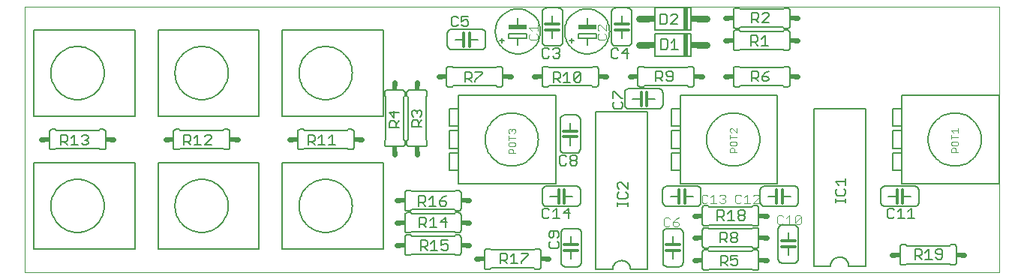
<source format=gto>
G75*
G70*
%OFA0B0*%
%FSLAX24Y24*%
%IPPOS*%
%LPD*%
%AMOC8*
5,1,8,0,0,1.08239X$1,22.5*
%
%ADD10C,0.0000*%
%ADD11C,0.0060*%
%ADD12R,0.0800X0.0200*%
%ADD13C,0.0040*%
%ADD14C,0.0120*%
%ADD15C,0.0050*%
%ADD16C,0.0300*%
%ADD17R,0.0200X0.1000*%
%ADD18R,0.0250X0.0300*%
%ADD19C,0.0240*%
%ADD20R,0.0340X0.0240*%
%ADD21R,0.0240X0.0340*%
%ADD22C,0.0030*%
D10*
X000190Y000492D02*
X000190Y012303D01*
X043497Y012303D01*
X043497Y000492D01*
X000190Y000492D01*
D11*
X001402Y005947D02*
X001552Y005947D01*
X001602Y005997D01*
X003502Y005997D01*
X003552Y005947D01*
X003702Y005947D01*
X003719Y005949D01*
X003736Y005953D01*
X003752Y005960D01*
X003766Y005970D01*
X003779Y005983D01*
X003789Y005997D01*
X003796Y006013D01*
X003800Y006030D01*
X003802Y006047D01*
X003802Y006747D01*
X003800Y006764D01*
X003796Y006781D01*
X003789Y006797D01*
X003779Y006811D01*
X003766Y006824D01*
X003752Y006834D01*
X003736Y006841D01*
X003719Y006845D01*
X003702Y006847D01*
X003552Y006847D01*
X003502Y006797D01*
X001602Y006797D01*
X001552Y006847D01*
X001402Y006847D01*
X001385Y006845D01*
X001368Y006841D01*
X001352Y006834D01*
X001338Y006824D01*
X001325Y006811D01*
X001315Y006797D01*
X001308Y006781D01*
X001304Y006764D01*
X001302Y006747D01*
X001302Y006047D01*
X001304Y006030D01*
X001308Y006013D01*
X001315Y005997D01*
X001325Y005983D01*
X001338Y005970D01*
X001352Y005960D01*
X001368Y005953D01*
X001385Y005949D01*
X001402Y005947D01*
X006814Y006047D02*
X006814Y006747D01*
X006816Y006764D01*
X006820Y006781D01*
X006827Y006797D01*
X006837Y006811D01*
X006850Y006824D01*
X006864Y006834D01*
X006880Y006841D01*
X006897Y006845D01*
X006914Y006847D01*
X007064Y006847D01*
X007114Y006797D01*
X009014Y006797D01*
X009064Y006847D01*
X009214Y006847D01*
X009231Y006845D01*
X009248Y006841D01*
X009264Y006834D01*
X009278Y006824D01*
X009291Y006811D01*
X009301Y006797D01*
X009308Y006781D01*
X009312Y006764D01*
X009314Y006747D01*
X009314Y006047D01*
X009312Y006030D01*
X009308Y006013D01*
X009301Y005997D01*
X009291Y005983D01*
X009278Y005970D01*
X009264Y005960D01*
X009248Y005953D01*
X009231Y005949D01*
X009214Y005947D01*
X009064Y005947D01*
X009014Y005997D01*
X007114Y005997D01*
X007064Y005947D01*
X006914Y005947D01*
X006897Y005949D01*
X006880Y005953D01*
X006864Y005960D01*
X006850Y005970D01*
X006837Y005983D01*
X006827Y005997D01*
X006820Y006013D01*
X006816Y006030D01*
X006814Y006047D01*
X012326Y006047D02*
X012326Y006747D01*
X012328Y006764D01*
X012332Y006781D01*
X012339Y006797D01*
X012349Y006811D01*
X012362Y006824D01*
X012376Y006834D01*
X012392Y006841D01*
X012409Y006845D01*
X012426Y006847D01*
X012576Y006847D01*
X012626Y006797D01*
X014526Y006797D01*
X014576Y006847D01*
X014726Y006847D01*
X014743Y006845D01*
X014760Y006841D01*
X014776Y006834D01*
X014790Y006824D01*
X014803Y006811D01*
X014813Y006797D01*
X014820Y006781D01*
X014824Y006764D01*
X014826Y006747D01*
X014826Y006047D01*
X014824Y006030D01*
X014820Y006013D01*
X014813Y005997D01*
X014803Y005983D01*
X014790Y005970D01*
X014776Y005960D01*
X014760Y005953D01*
X014743Y005949D01*
X014726Y005947D01*
X014576Y005947D01*
X014526Y005997D01*
X012626Y005997D01*
X012576Y005947D01*
X012426Y005947D01*
X012409Y005949D01*
X012392Y005953D01*
X012376Y005960D01*
X012362Y005970D01*
X012349Y005983D01*
X012339Y005997D01*
X012332Y006013D01*
X012328Y006030D01*
X012326Y006047D01*
X016197Y006192D02*
X016197Y006342D01*
X016247Y006392D01*
X016247Y008292D01*
X016197Y008342D01*
X016197Y008492D01*
X016199Y008509D01*
X016203Y008526D01*
X016210Y008542D01*
X016220Y008556D01*
X016233Y008569D01*
X016247Y008579D01*
X016263Y008586D01*
X016280Y008590D01*
X016297Y008592D01*
X016997Y008592D01*
X017014Y008590D01*
X017031Y008586D01*
X017047Y008579D01*
X017061Y008569D01*
X017074Y008556D01*
X017084Y008542D01*
X017091Y008526D01*
X017095Y008509D01*
X017097Y008492D01*
X017097Y008342D01*
X017047Y008292D01*
X017047Y006392D01*
X017097Y006342D01*
X017097Y006192D01*
X017181Y006192D02*
X017181Y006342D01*
X017231Y006392D01*
X017231Y008292D01*
X017181Y008342D01*
X017181Y008492D01*
X017183Y008509D01*
X017187Y008526D01*
X017194Y008542D01*
X017204Y008556D01*
X017217Y008569D01*
X017231Y008579D01*
X017247Y008586D01*
X017264Y008590D01*
X017281Y008592D01*
X017981Y008592D01*
X017998Y008590D01*
X018015Y008586D01*
X018031Y008579D01*
X018045Y008569D01*
X018058Y008556D01*
X018068Y008542D01*
X018075Y008526D01*
X018079Y008509D01*
X018081Y008492D01*
X018081Y008342D01*
X018031Y008292D01*
X018031Y006392D01*
X018081Y006342D01*
X018081Y006192D01*
X018079Y006175D01*
X018075Y006158D01*
X018068Y006142D01*
X018058Y006128D01*
X018045Y006115D01*
X018031Y006105D01*
X018015Y006098D01*
X017998Y006094D01*
X017981Y006092D01*
X017281Y006092D01*
X017264Y006094D01*
X017247Y006098D01*
X017231Y006105D01*
X017217Y006115D01*
X017204Y006128D01*
X017194Y006142D01*
X017187Y006158D01*
X017183Y006175D01*
X017181Y006192D01*
X017097Y006192D02*
X017095Y006175D01*
X017091Y006158D01*
X017084Y006142D01*
X017074Y006128D01*
X017061Y006115D01*
X017047Y006105D01*
X017031Y006098D01*
X017014Y006094D01*
X016997Y006092D01*
X016297Y006092D01*
X016280Y006094D01*
X016263Y006098D01*
X016247Y006105D01*
X016233Y006115D01*
X016220Y006128D01*
X016210Y006142D01*
X016203Y006158D01*
X016199Y006175D01*
X016197Y006192D01*
X017190Y004131D02*
X017340Y004131D01*
X017390Y004081D01*
X019290Y004081D01*
X019340Y004131D01*
X019490Y004131D01*
X019507Y004129D01*
X019524Y004125D01*
X019540Y004118D01*
X019554Y004108D01*
X019567Y004095D01*
X019577Y004081D01*
X019584Y004065D01*
X019588Y004048D01*
X019590Y004031D01*
X019590Y003331D01*
X019588Y003314D01*
X019584Y003297D01*
X019577Y003281D01*
X019567Y003267D01*
X019554Y003254D01*
X019540Y003244D01*
X019524Y003237D01*
X019507Y003233D01*
X019490Y003231D01*
X019340Y003231D01*
X019290Y003281D01*
X017390Y003281D01*
X017340Y003231D01*
X017190Y003231D01*
X017190Y003147D02*
X017340Y003147D01*
X017390Y003097D01*
X019290Y003097D01*
X019340Y003147D01*
X019490Y003147D01*
X019507Y003145D01*
X019524Y003141D01*
X019540Y003134D01*
X019554Y003124D01*
X019567Y003111D01*
X019577Y003097D01*
X019584Y003081D01*
X019588Y003064D01*
X019590Y003047D01*
X019590Y002347D01*
X019588Y002330D01*
X019584Y002313D01*
X019577Y002297D01*
X019567Y002283D01*
X019554Y002270D01*
X019540Y002260D01*
X019524Y002253D01*
X019507Y002249D01*
X019490Y002247D01*
X019340Y002247D01*
X019290Y002297D01*
X017390Y002297D01*
X017340Y002247D01*
X017190Y002247D01*
X017190Y002162D02*
X017340Y002162D01*
X017390Y002112D01*
X019290Y002112D01*
X019340Y002162D01*
X019490Y002162D01*
X019507Y002160D01*
X019524Y002156D01*
X019540Y002149D01*
X019554Y002139D01*
X019567Y002126D01*
X019577Y002112D01*
X019584Y002096D01*
X019588Y002079D01*
X019590Y002062D01*
X019590Y001362D01*
X019588Y001345D01*
X019584Y001328D01*
X019577Y001312D01*
X019567Y001298D01*
X019554Y001285D01*
X019540Y001275D01*
X019524Y001268D01*
X019507Y001264D01*
X019490Y001262D01*
X019340Y001262D01*
X019290Y001312D01*
X017390Y001312D01*
X017340Y001262D01*
X017190Y001262D01*
X017173Y001264D01*
X017156Y001268D01*
X017140Y001275D01*
X017126Y001285D01*
X017113Y001298D01*
X017103Y001312D01*
X017096Y001328D01*
X017092Y001345D01*
X017090Y001362D01*
X017090Y002062D01*
X017092Y002079D01*
X017096Y002096D01*
X017103Y002112D01*
X017113Y002126D01*
X017126Y002139D01*
X017140Y002149D01*
X017156Y002156D01*
X017173Y002160D01*
X017190Y002162D01*
X017190Y002247D02*
X017173Y002249D01*
X017156Y002253D01*
X017140Y002260D01*
X017126Y002270D01*
X017113Y002283D01*
X017103Y002297D01*
X017096Y002313D01*
X017092Y002330D01*
X017090Y002347D01*
X017090Y003047D01*
X017092Y003064D01*
X017096Y003081D01*
X017103Y003097D01*
X017113Y003111D01*
X017126Y003124D01*
X017140Y003134D01*
X017156Y003141D01*
X017173Y003145D01*
X017190Y003147D01*
X017190Y003231D02*
X017173Y003233D01*
X017156Y003237D01*
X017140Y003244D01*
X017126Y003254D01*
X017113Y003267D01*
X017103Y003281D01*
X017096Y003297D01*
X017092Y003314D01*
X017090Y003331D01*
X017090Y004031D01*
X017092Y004048D01*
X017096Y004065D01*
X017103Y004081D01*
X017113Y004095D01*
X017126Y004108D01*
X017140Y004118D01*
X017156Y004125D01*
X017173Y004129D01*
X017190Y004131D01*
X023198Y004128D02*
X023198Y003628D01*
X023200Y003602D01*
X023205Y003576D01*
X023213Y003551D01*
X023225Y003528D01*
X023239Y003506D01*
X023257Y003487D01*
X023276Y003469D01*
X023298Y003455D01*
X023321Y003443D01*
X023346Y003435D01*
X023372Y003430D01*
X023398Y003428D01*
X024698Y003428D01*
X024724Y003430D01*
X024750Y003435D01*
X024775Y003443D01*
X024798Y003455D01*
X024820Y003469D01*
X024839Y003487D01*
X024857Y003506D01*
X024871Y003528D01*
X024883Y003551D01*
X024891Y003576D01*
X024896Y003602D01*
X024898Y003628D01*
X024898Y004128D01*
X024896Y004154D01*
X024891Y004180D01*
X024883Y004205D01*
X024871Y004228D01*
X024857Y004250D01*
X024839Y004269D01*
X024820Y004287D01*
X024798Y004301D01*
X024775Y004313D01*
X024750Y004321D01*
X024724Y004326D01*
X024698Y004328D01*
X023398Y004328D01*
X023372Y004326D01*
X023346Y004321D01*
X023321Y004313D01*
X023298Y004301D01*
X023276Y004287D01*
X023257Y004269D01*
X023239Y004250D01*
X023225Y004228D01*
X023213Y004205D01*
X023205Y004180D01*
X023200Y004154D01*
X023198Y004128D01*
X023548Y003878D02*
X023928Y003878D01*
X024178Y003878D02*
X024548Y003878D01*
X028553Y003628D02*
X028553Y004128D01*
X028555Y004154D01*
X028560Y004180D01*
X028568Y004205D01*
X028580Y004228D01*
X028594Y004250D01*
X028612Y004269D01*
X028631Y004287D01*
X028653Y004301D01*
X028676Y004313D01*
X028701Y004321D01*
X028727Y004326D01*
X028753Y004328D01*
X030053Y004328D01*
X030079Y004326D01*
X030105Y004321D01*
X030130Y004313D01*
X030153Y004301D01*
X030175Y004287D01*
X030194Y004269D01*
X030212Y004250D01*
X030226Y004228D01*
X030238Y004205D01*
X030246Y004180D01*
X030251Y004154D01*
X030253Y004128D01*
X030253Y003628D01*
X030251Y003602D01*
X030246Y003576D01*
X030238Y003551D01*
X030226Y003528D01*
X030212Y003506D01*
X030194Y003487D01*
X030175Y003469D01*
X030153Y003455D01*
X030130Y003443D01*
X030105Y003435D01*
X030079Y003430D01*
X030053Y003428D01*
X028753Y003428D01*
X028727Y003430D01*
X028701Y003435D01*
X028676Y003443D01*
X028653Y003455D01*
X028631Y003469D01*
X028612Y003487D01*
X028594Y003506D01*
X028580Y003528D01*
X028568Y003551D01*
X028560Y003576D01*
X028555Y003602D01*
X028553Y003628D01*
X028903Y003878D02*
X029283Y003878D01*
X029533Y003878D02*
X029903Y003878D01*
X030418Y003462D02*
X030568Y003462D01*
X030618Y003412D01*
X032518Y003412D01*
X032568Y003462D01*
X032718Y003462D01*
X032735Y003460D01*
X032752Y003456D01*
X032768Y003449D01*
X032782Y003439D01*
X032795Y003426D01*
X032805Y003412D01*
X032812Y003396D01*
X032816Y003379D01*
X032818Y003362D01*
X032818Y002662D01*
X032816Y002645D01*
X032812Y002628D01*
X032805Y002612D01*
X032795Y002598D01*
X032782Y002585D01*
X032768Y002575D01*
X032752Y002568D01*
X032735Y002564D01*
X032718Y002562D01*
X032568Y002562D01*
X032518Y002612D01*
X030618Y002612D01*
X030568Y002562D01*
X030418Y002562D01*
X030418Y002477D02*
X030568Y002477D01*
X030618Y002427D01*
X032518Y002427D01*
X032568Y002477D01*
X032718Y002477D01*
X032735Y002475D01*
X032752Y002471D01*
X032768Y002464D01*
X032782Y002454D01*
X032795Y002441D01*
X032805Y002427D01*
X032812Y002411D01*
X032816Y002394D01*
X032818Y002377D01*
X032818Y001677D01*
X032816Y001660D01*
X032812Y001643D01*
X032805Y001627D01*
X032795Y001613D01*
X032782Y001600D01*
X032768Y001590D01*
X032752Y001583D01*
X032735Y001579D01*
X032718Y001577D01*
X032568Y001577D01*
X032518Y001627D01*
X030618Y001627D01*
X030568Y001577D01*
X030418Y001577D01*
X030418Y001493D02*
X030568Y001493D01*
X030618Y001443D01*
X032518Y001443D01*
X032568Y001493D01*
X032718Y001493D01*
X032735Y001491D01*
X032752Y001487D01*
X032768Y001480D01*
X032782Y001470D01*
X032795Y001457D01*
X032805Y001443D01*
X032812Y001427D01*
X032816Y001410D01*
X032818Y001393D01*
X032818Y000693D01*
X032816Y000676D01*
X032812Y000659D01*
X032805Y000643D01*
X032795Y000629D01*
X032782Y000616D01*
X032768Y000606D01*
X032752Y000599D01*
X032735Y000595D01*
X032718Y000593D01*
X032568Y000593D01*
X032518Y000643D01*
X030618Y000643D01*
X030568Y000593D01*
X030418Y000593D01*
X030401Y000595D01*
X030384Y000599D01*
X030368Y000606D01*
X030354Y000616D01*
X030341Y000629D01*
X030331Y000643D01*
X030324Y000659D01*
X030320Y000676D01*
X030318Y000693D01*
X030318Y001393D01*
X030320Y001410D01*
X030324Y001427D01*
X030331Y001443D01*
X030341Y001457D01*
X030354Y001470D01*
X030368Y001480D01*
X030384Y001487D01*
X030401Y001491D01*
X030418Y001493D01*
X030418Y001577D02*
X030401Y001579D01*
X030384Y001583D01*
X030368Y001590D01*
X030354Y001600D01*
X030341Y001613D01*
X030331Y001627D01*
X030324Y001643D01*
X030320Y001660D01*
X030318Y001677D01*
X030318Y002377D01*
X030320Y002394D01*
X030324Y002411D01*
X030331Y002427D01*
X030341Y002441D01*
X030354Y002454D01*
X030368Y002464D01*
X030384Y002471D01*
X030401Y002475D01*
X030418Y002477D01*
X030418Y002562D02*
X030401Y002564D01*
X030384Y002568D01*
X030368Y002575D01*
X030354Y002585D01*
X030341Y002598D01*
X030331Y002612D01*
X030324Y002628D01*
X030320Y002645D01*
X030318Y002662D01*
X030318Y003362D01*
X030320Y003379D01*
X030324Y003396D01*
X030331Y003412D01*
X030341Y003426D01*
X030354Y003439D01*
X030368Y003449D01*
X030384Y003456D01*
X030401Y003460D01*
X030418Y003462D01*
X032883Y003628D02*
X032883Y004128D01*
X032885Y004154D01*
X032890Y004180D01*
X032898Y004205D01*
X032910Y004228D01*
X032924Y004250D01*
X032942Y004269D01*
X032961Y004287D01*
X032983Y004301D01*
X033006Y004313D01*
X033031Y004321D01*
X033057Y004326D01*
X033083Y004328D01*
X034383Y004328D01*
X034409Y004326D01*
X034435Y004321D01*
X034460Y004313D01*
X034483Y004301D01*
X034505Y004287D01*
X034524Y004269D01*
X034542Y004250D01*
X034556Y004228D01*
X034568Y004205D01*
X034576Y004180D01*
X034581Y004154D01*
X034583Y004128D01*
X034583Y003628D01*
X034581Y003602D01*
X034576Y003576D01*
X034568Y003551D01*
X034556Y003528D01*
X034542Y003506D01*
X034524Y003487D01*
X034505Y003469D01*
X034483Y003455D01*
X034460Y003443D01*
X034435Y003435D01*
X034409Y003430D01*
X034383Y003428D01*
X033083Y003428D01*
X033057Y003430D01*
X033031Y003435D01*
X033006Y003443D01*
X032983Y003455D01*
X032961Y003469D01*
X032942Y003487D01*
X032924Y003506D01*
X032910Y003528D01*
X032898Y003551D01*
X032890Y003576D01*
X032885Y003602D01*
X032883Y003628D01*
X033233Y003878D02*
X033613Y003878D01*
X033863Y003878D02*
X034233Y003878D01*
X034377Y002602D02*
X033877Y002602D01*
X033851Y002600D01*
X033825Y002595D01*
X033800Y002587D01*
X033777Y002575D01*
X033755Y002561D01*
X033736Y002543D01*
X033718Y002524D01*
X033704Y002502D01*
X033692Y002479D01*
X033684Y002454D01*
X033679Y002428D01*
X033677Y002402D01*
X033677Y001102D01*
X033679Y001076D01*
X033684Y001050D01*
X033692Y001025D01*
X033704Y001002D01*
X033718Y000980D01*
X033736Y000961D01*
X033755Y000943D01*
X033777Y000929D01*
X033800Y000917D01*
X033825Y000909D01*
X033851Y000904D01*
X033877Y000902D01*
X034377Y000902D01*
X034403Y000904D01*
X034429Y000909D01*
X034454Y000917D01*
X034477Y000929D01*
X034499Y000943D01*
X034518Y000961D01*
X034536Y000980D01*
X034550Y001002D01*
X034562Y001025D01*
X034570Y001050D01*
X034575Y001076D01*
X034577Y001102D01*
X034577Y002402D01*
X034575Y002428D01*
X034570Y002454D01*
X034562Y002479D01*
X034550Y002502D01*
X034536Y002524D01*
X034518Y002543D01*
X034499Y002561D01*
X034477Y002575D01*
X034454Y002587D01*
X034429Y002595D01*
X034403Y002600D01*
X034377Y002602D01*
X034127Y002252D02*
X034127Y001882D01*
X034127Y001632D02*
X034127Y001252D01*
X035260Y000771D02*
X036010Y000771D01*
X036012Y000810D01*
X036018Y000849D01*
X036027Y000887D01*
X036040Y000924D01*
X036057Y000960D01*
X036077Y000993D01*
X036101Y001025D01*
X036127Y001054D01*
X036156Y001080D01*
X036188Y001104D01*
X036221Y001124D01*
X036257Y001141D01*
X036294Y001154D01*
X036332Y001163D01*
X036371Y001169D01*
X036410Y001171D01*
X036449Y001169D01*
X036488Y001163D01*
X036526Y001154D01*
X036563Y001141D01*
X036599Y001124D01*
X036632Y001104D01*
X036664Y001080D01*
X036693Y001054D01*
X036719Y001025D01*
X036743Y000993D01*
X036763Y000960D01*
X036780Y000924D01*
X036793Y000887D01*
X036802Y000849D01*
X036808Y000810D01*
X036810Y000771D01*
X037560Y000771D01*
X037560Y007771D01*
X035260Y007771D01*
X035260Y000771D01*
X039097Y000929D02*
X039097Y001629D01*
X039099Y001646D01*
X039103Y001663D01*
X039110Y001679D01*
X039120Y001693D01*
X039133Y001706D01*
X039147Y001716D01*
X039163Y001723D01*
X039180Y001727D01*
X039197Y001729D01*
X039347Y001729D01*
X039397Y001679D01*
X041297Y001679D01*
X041347Y001729D01*
X041497Y001729D01*
X041514Y001727D01*
X041531Y001723D01*
X041547Y001716D01*
X041561Y001706D01*
X041574Y001693D01*
X041584Y001679D01*
X041591Y001663D01*
X041595Y001646D01*
X041597Y001629D01*
X041597Y000929D01*
X041595Y000912D01*
X041591Y000895D01*
X041584Y000879D01*
X041574Y000865D01*
X041561Y000852D01*
X041547Y000842D01*
X041531Y000835D01*
X041514Y000831D01*
X041497Y000829D01*
X041347Y000829D01*
X041297Y000879D01*
X039397Y000879D01*
X039347Y000829D01*
X039197Y000829D01*
X039180Y000831D01*
X039163Y000835D01*
X039147Y000842D01*
X039133Y000852D01*
X039120Y000865D01*
X039110Y000879D01*
X039103Y000895D01*
X039099Y000912D01*
X039097Y000929D01*
X039738Y003428D02*
X038438Y003428D01*
X038412Y003430D01*
X038386Y003435D01*
X038361Y003443D01*
X038338Y003455D01*
X038316Y003469D01*
X038297Y003487D01*
X038279Y003506D01*
X038265Y003528D01*
X038253Y003551D01*
X038245Y003576D01*
X038240Y003602D01*
X038238Y003628D01*
X038238Y004128D01*
X038240Y004154D01*
X038245Y004180D01*
X038253Y004205D01*
X038265Y004228D01*
X038279Y004250D01*
X038297Y004269D01*
X038316Y004287D01*
X038338Y004301D01*
X038361Y004313D01*
X038386Y004321D01*
X038412Y004326D01*
X038438Y004328D01*
X039738Y004328D01*
X039764Y004326D01*
X039790Y004321D01*
X039815Y004313D01*
X039838Y004301D01*
X039860Y004287D01*
X039879Y004269D01*
X039897Y004250D01*
X039911Y004228D01*
X039923Y004205D01*
X039931Y004180D01*
X039936Y004154D01*
X039938Y004128D01*
X039938Y003628D01*
X039936Y003602D01*
X039931Y003576D01*
X039923Y003551D01*
X039911Y003528D01*
X039897Y003506D01*
X039879Y003487D01*
X039860Y003469D01*
X039838Y003455D01*
X039815Y003443D01*
X039790Y003435D01*
X039764Y003430D01*
X039738Y003428D01*
X039588Y003878D02*
X039218Y003878D01*
X038968Y003878D02*
X038588Y003878D01*
X029459Y002244D02*
X029459Y000944D01*
X029457Y000918D01*
X029452Y000892D01*
X029444Y000867D01*
X029432Y000844D01*
X029418Y000822D01*
X029400Y000803D01*
X029381Y000785D01*
X029359Y000771D01*
X029336Y000759D01*
X029311Y000751D01*
X029285Y000746D01*
X029259Y000744D01*
X028759Y000744D01*
X028733Y000746D01*
X028707Y000751D01*
X028682Y000759D01*
X028659Y000771D01*
X028637Y000785D01*
X028618Y000803D01*
X028600Y000822D01*
X028586Y000844D01*
X028574Y000867D01*
X028566Y000892D01*
X028561Y000918D01*
X028559Y000944D01*
X028559Y002244D01*
X028561Y002270D01*
X028566Y002296D01*
X028574Y002321D01*
X028586Y002344D01*
X028600Y002366D01*
X028618Y002385D01*
X028637Y002403D01*
X028659Y002417D01*
X028682Y002429D01*
X028707Y002437D01*
X028733Y002442D01*
X028759Y002444D01*
X029259Y002444D01*
X029285Y002442D01*
X029311Y002437D01*
X029336Y002429D01*
X029359Y002417D01*
X029381Y002403D01*
X029400Y002385D01*
X029418Y002366D01*
X029432Y002344D01*
X029444Y002321D01*
X029452Y002296D01*
X029457Y002270D01*
X029459Y002244D01*
X029009Y002094D02*
X029009Y001714D01*
X029009Y001464D02*
X029009Y001094D01*
X027875Y000614D02*
X027125Y000614D01*
X027123Y000653D01*
X027117Y000692D01*
X027108Y000730D01*
X027095Y000767D01*
X027078Y000803D01*
X027058Y000836D01*
X027034Y000868D01*
X027008Y000897D01*
X026979Y000923D01*
X026947Y000947D01*
X026914Y000967D01*
X026878Y000984D01*
X026841Y000997D01*
X026803Y001006D01*
X026764Y001012D01*
X026725Y001014D01*
X026686Y001012D01*
X026647Y001006D01*
X026609Y000997D01*
X026572Y000984D01*
X026536Y000967D01*
X026503Y000947D01*
X026471Y000923D01*
X026442Y000897D01*
X026416Y000868D01*
X026392Y000836D01*
X026372Y000803D01*
X026355Y000767D01*
X026342Y000730D01*
X026333Y000692D01*
X026327Y000653D01*
X026325Y000614D01*
X025575Y000614D01*
X025575Y007614D01*
X027875Y007614D01*
X027875Y000614D01*
X024931Y000944D02*
X024931Y002244D01*
X024929Y002270D01*
X024924Y002296D01*
X024916Y002321D01*
X024904Y002344D01*
X024890Y002366D01*
X024872Y002385D01*
X024853Y002403D01*
X024831Y002417D01*
X024808Y002429D01*
X024783Y002437D01*
X024757Y002442D01*
X024731Y002444D01*
X024231Y002444D01*
X024205Y002442D01*
X024179Y002437D01*
X024154Y002429D01*
X024131Y002417D01*
X024109Y002403D01*
X024090Y002385D01*
X024072Y002366D01*
X024058Y002344D01*
X024046Y002321D01*
X024038Y002296D01*
X024033Y002270D01*
X024031Y002244D01*
X024031Y000944D01*
X024033Y000918D01*
X024038Y000892D01*
X024046Y000867D01*
X024058Y000844D01*
X024072Y000822D01*
X024090Y000803D01*
X024109Y000785D01*
X024131Y000771D01*
X024154Y000759D01*
X024179Y000751D01*
X024205Y000746D01*
X024231Y000744D01*
X024731Y000744D01*
X024757Y000746D01*
X024783Y000751D01*
X024808Y000759D01*
X024831Y000771D01*
X024853Y000785D01*
X024872Y000803D01*
X024890Y000822D01*
X024904Y000844D01*
X024916Y000867D01*
X024924Y000892D01*
X024929Y000918D01*
X024931Y000944D01*
X024481Y001094D02*
X024481Y001474D01*
X024481Y001724D02*
X024481Y002094D01*
X023133Y001433D02*
X023133Y000733D01*
X023131Y000716D01*
X023127Y000699D01*
X023120Y000683D01*
X023110Y000669D01*
X023097Y000656D01*
X023083Y000646D01*
X023067Y000639D01*
X023050Y000635D01*
X023033Y000633D01*
X022883Y000633D01*
X022833Y000683D01*
X020933Y000683D01*
X020883Y000633D01*
X020733Y000633D01*
X020716Y000635D01*
X020699Y000639D01*
X020683Y000646D01*
X020669Y000656D01*
X020656Y000669D01*
X020646Y000683D01*
X020639Y000699D01*
X020635Y000716D01*
X020633Y000733D01*
X020633Y001433D01*
X020635Y001450D01*
X020639Y001467D01*
X020646Y001483D01*
X020656Y001497D01*
X020669Y001510D01*
X020683Y001520D01*
X020699Y001527D01*
X020716Y001531D01*
X020733Y001533D01*
X020883Y001533D01*
X020933Y001483D01*
X022833Y001483D01*
X022883Y001533D01*
X023033Y001533D01*
X023050Y001531D01*
X023067Y001527D01*
X023083Y001520D01*
X023097Y001510D01*
X023110Y001497D01*
X023120Y001483D01*
X023127Y001467D01*
X023131Y001450D01*
X023133Y001433D01*
X024192Y005784D02*
X024692Y005784D01*
X024718Y005786D01*
X024744Y005791D01*
X024769Y005799D01*
X024792Y005811D01*
X024814Y005825D01*
X024833Y005843D01*
X024851Y005862D01*
X024865Y005884D01*
X024877Y005907D01*
X024885Y005932D01*
X024890Y005958D01*
X024892Y005984D01*
X024892Y007284D01*
X024890Y007310D01*
X024885Y007336D01*
X024877Y007361D01*
X024865Y007384D01*
X024851Y007406D01*
X024833Y007425D01*
X024814Y007443D01*
X024792Y007457D01*
X024769Y007469D01*
X024744Y007477D01*
X024718Y007482D01*
X024692Y007484D01*
X024192Y007484D01*
X024166Y007482D01*
X024140Y007477D01*
X024115Y007469D01*
X024092Y007457D01*
X024070Y007443D01*
X024051Y007425D01*
X024033Y007406D01*
X024019Y007384D01*
X024007Y007361D01*
X023999Y007336D01*
X023994Y007310D01*
X023992Y007284D01*
X023992Y005984D01*
X023994Y005958D01*
X023999Y005932D01*
X024007Y005907D01*
X024019Y005884D01*
X024033Y005862D01*
X024051Y005843D01*
X024070Y005825D01*
X024092Y005811D01*
X024115Y005799D01*
X024140Y005791D01*
X024166Y005786D01*
X024192Y005784D01*
X024442Y006134D02*
X024442Y006514D01*
X024442Y006764D02*
X024442Y007134D01*
X026860Y007958D02*
X026860Y008458D01*
X026862Y008484D01*
X026867Y008510D01*
X026875Y008535D01*
X026887Y008558D01*
X026901Y008580D01*
X026919Y008599D01*
X026938Y008617D01*
X026960Y008631D01*
X026983Y008643D01*
X027008Y008651D01*
X027034Y008656D01*
X027060Y008658D01*
X028360Y008658D01*
X027744Y008793D02*
X029644Y008793D01*
X029694Y008743D01*
X029844Y008743D01*
X029861Y008745D01*
X029878Y008749D01*
X029894Y008756D01*
X029908Y008766D01*
X029921Y008779D01*
X029931Y008793D01*
X029938Y008809D01*
X029942Y008826D01*
X029944Y008843D01*
X029944Y009543D01*
X029942Y009560D01*
X029938Y009577D01*
X029931Y009593D01*
X029921Y009607D01*
X029908Y009620D01*
X029894Y009630D01*
X029878Y009637D01*
X029861Y009641D01*
X029844Y009643D01*
X029694Y009643D01*
X029644Y009593D01*
X027744Y009593D01*
X027694Y009643D01*
X027544Y009643D01*
X027527Y009641D01*
X027510Y009637D01*
X027494Y009630D01*
X027480Y009620D01*
X027467Y009607D01*
X027457Y009593D01*
X027450Y009577D01*
X027446Y009560D01*
X027444Y009543D01*
X027444Y008843D01*
X027446Y008826D01*
X027450Y008809D01*
X027457Y008793D01*
X027467Y008779D01*
X027480Y008766D01*
X027494Y008756D01*
X027510Y008749D01*
X027527Y008745D01*
X027544Y008743D01*
X027694Y008743D01*
X027744Y008793D01*
X028360Y008658D02*
X028386Y008656D01*
X028412Y008651D01*
X028437Y008643D01*
X028460Y008631D01*
X028482Y008617D01*
X028501Y008599D01*
X028519Y008580D01*
X028533Y008558D01*
X028545Y008535D01*
X028553Y008510D01*
X028558Y008484D01*
X028560Y008458D01*
X028560Y007958D01*
X028558Y007932D01*
X028553Y007906D01*
X028545Y007881D01*
X028533Y007858D01*
X028519Y007836D01*
X028501Y007817D01*
X028482Y007799D01*
X028460Y007785D01*
X028437Y007773D01*
X028412Y007765D01*
X028386Y007760D01*
X028360Y007758D01*
X027060Y007758D01*
X027034Y007760D01*
X027008Y007765D01*
X026983Y007773D01*
X026960Y007785D01*
X026938Y007799D01*
X026919Y007817D01*
X026901Y007836D01*
X026887Y007858D01*
X026875Y007881D01*
X026867Y007906D01*
X026862Y007932D01*
X026860Y007958D01*
X027210Y008208D02*
X027590Y008208D01*
X027840Y008208D02*
X028210Y008208D01*
X025692Y008843D02*
X025692Y009543D01*
X025690Y009560D01*
X025686Y009577D01*
X025679Y009593D01*
X025669Y009607D01*
X025656Y009620D01*
X025642Y009630D01*
X025626Y009637D01*
X025609Y009641D01*
X025592Y009643D01*
X025442Y009643D01*
X025392Y009593D01*
X023492Y009593D01*
X023442Y009643D01*
X023292Y009643D01*
X023275Y009641D01*
X023258Y009637D01*
X023242Y009630D01*
X023228Y009620D01*
X023215Y009607D01*
X023205Y009593D01*
X023198Y009577D01*
X023194Y009560D01*
X023192Y009543D01*
X023192Y008843D01*
X023194Y008826D01*
X023198Y008809D01*
X023205Y008793D01*
X023215Y008779D01*
X023228Y008766D01*
X023242Y008756D01*
X023258Y008749D01*
X023275Y008745D01*
X023292Y008743D01*
X023442Y008743D01*
X023492Y008793D01*
X025392Y008793D01*
X025442Y008743D01*
X025592Y008743D01*
X025609Y008745D01*
X025626Y008749D01*
X025642Y008756D01*
X025656Y008766D01*
X025669Y008779D01*
X025679Y008793D01*
X025686Y008809D01*
X025690Y008826D01*
X025692Y008843D01*
X028209Y010110D02*
X029809Y010110D01*
X029809Y011110D01*
X028209Y011110D01*
X028209Y010110D01*
X026975Y010547D02*
X026475Y010547D01*
X026449Y010549D01*
X026423Y010554D01*
X026398Y010562D01*
X026375Y010574D01*
X026353Y010588D01*
X026334Y010606D01*
X026316Y010625D01*
X026302Y010647D01*
X026290Y010670D01*
X026282Y010695D01*
X026277Y010721D01*
X026275Y010747D01*
X026275Y012047D01*
X026277Y012073D01*
X026282Y012099D01*
X026290Y012124D01*
X026302Y012147D01*
X026316Y012169D01*
X026334Y012188D01*
X026353Y012206D01*
X026375Y012220D01*
X026398Y012232D01*
X026423Y012240D01*
X026449Y012245D01*
X026475Y012247D01*
X026975Y012247D01*
X027001Y012245D01*
X027027Y012240D01*
X027052Y012232D01*
X027075Y012220D01*
X027097Y012206D01*
X027116Y012188D01*
X027134Y012169D01*
X027148Y012147D01*
X027160Y012124D01*
X027168Y012099D01*
X027173Y012073D01*
X027175Y012047D01*
X027175Y010747D01*
X027173Y010721D01*
X027168Y010695D01*
X027160Y010670D01*
X027148Y010647D01*
X027134Y010625D01*
X027116Y010606D01*
X027097Y010588D01*
X027075Y010574D01*
X027052Y010562D01*
X027027Y010554D01*
X027001Y010549D01*
X026975Y010547D01*
X026725Y010897D02*
X026725Y011277D01*
X026725Y011527D02*
X026725Y011897D01*
X028209Y012252D02*
X028209Y011252D01*
X029809Y011252D01*
X029809Y012252D01*
X028209Y012252D01*
X025190Y011801D02*
X025190Y011451D01*
X024190Y011201D02*
X024192Y011264D01*
X024198Y011326D01*
X024208Y011388D01*
X024221Y011450D01*
X024239Y011510D01*
X024260Y011569D01*
X024285Y011627D01*
X024314Y011683D01*
X024346Y011737D01*
X024381Y011789D01*
X024419Y011838D01*
X024461Y011886D01*
X024505Y011930D01*
X024553Y011972D01*
X024602Y012010D01*
X024654Y012045D01*
X024708Y012077D01*
X024764Y012106D01*
X024822Y012131D01*
X024881Y012152D01*
X024941Y012170D01*
X025003Y012183D01*
X025065Y012193D01*
X025127Y012199D01*
X025190Y012201D01*
X025253Y012199D01*
X025315Y012193D01*
X025377Y012183D01*
X025439Y012170D01*
X025499Y012152D01*
X025558Y012131D01*
X025616Y012106D01*
X025672Y012077D01*
X025726Y012045D01*
X025778Y012010D01*
X025827Y011972D01*
X025875Y011930D01*
X025919Y011886D01*
X025961Y011838D01*
X025999Y011789D01*
X026034Y011737D01*
X026066Y011683D01*
X026095Y011627D01*
X026120Y011569D01*
X026141Y011510D01*
X026159Y011450D01*
X026172Y011388D01*
X026182Y011326D01*
X026188Y011264D01*
X026190Y011201D01*
X026188Y011138D01*
X026182Y011076D01*
X026172Y011014D01*
X026159Y010952D01*
X026141Y010892D01*
X026120Y010833D01*
X026095Y010775D01*
X026066Y010719D01*
X026034Y010665D01*
X025999Y010613D01*
X025961Y010564D01*
X025919Y010516D01*
X025875Y010472D01*
X025827Y010430D01*
X025778Y010392D01*
X025726Y010357D01*
X025672Y010325D01*
X025616Y010296D01*
X025558Y010271D01*
X025499Y010250D01*
X025439Y010232D01*
X025377Y010219D01*
X025315Y010209D01*
X025253Y010203D01*
X025190Y010201D01*
X025127Y010203D01*
X025065Y010209D01*
X025003Y010219D01*
X024941Y010232D01*
X024881Y010250D01*
X024822Y010271D01*
X024764Y010296D01*
X024708Y010325D01*
X024654Y010357D01*
X024602Y010392D01*
X024553Y010430D01*
X024505Y010472D01*
X024461Y010516D01*
X024419Y010564D01*
X024381Y010613D01*
X024346Y010665D01*
X024314Y010719D01*
X024285Y010775D01*
X024260Y010833D01*
X024239Y010892D01*
X024221Y010952D01*
X024208Y011014D01*
X024198Y011076D01*
X024192Y011138D01*
X024190Y011201D01*
X023655Y011277D02*
X023655Y010897D01*
X023905Y010547D02*
X023931Y010549D01*
X023957Y010554D01*
X023982Y010562D01*
X024005Y010574D01*
X024027Y010588D01*
X024046Y010606D01*
X024064Y010625D01*
X024078Y010647D01*
X024090Y010670D01*
X024098Y010695D01*
X024103Y010721D01*
X024105Y010747D01*
X024105Y012047D01*
X024103Y012073D01*
X024098Y012099D01*
X024090Y012124D01*
X024078Y012147D01*
X024064Y012169D01*
X024046Y012188D01*
X024027Y012206D01*
X024005Y012220D01*
X023982Y012232D01*
X023957Y012240D01*
X023931Y012245D01*
X023905Y012247D01*
X023405Y012247D01*
X023379Y012245D01*
X023353Y012240D01*
X023328Y012232D01*
X023305Y012220D01*
X023283Y012206D01*
X023264Y012188D01*
X023246Y012169D01*
X023232Y012147D01*
X023220Y012124D01*
X023212Y012099D01*
X023207Y012073D01*
X023205Y012047D01*
X023205Y010747D01*
X023207Y010721D01*
X023212Y010695D01*
X023220Y010670D01*
X023232Y010647D01*
X023246Y010625D01*
X023264Y010606D01*
X023283Y010588D01*
X023305Y010574D01*
X023328Y010562D01*
X023353Y010554D01*
X023379Y010549D01*
X023405Y010547D01*
X023905Y010547D01*
X024390Y010801D02*
X024590Y010801D01*
X024490Y010701D02*
X024490Y010901D01*
X024790Y010901D02*
X025190Y010901D01*
X025590Y010901D01*
X025590Y011101D01*
X024790Y011101D01*
X024790Y010901D01*
X025190Y010901D02*
X025190Y010601D01*
X023655Y011527D02*
X023655Y011897D01*
X022119Y011801D02*
X022119Y011451D01*
X021119Y011201D02*
X021121Y011264D01*
X021127Y011326D01*
X021137Y011388D01*
X021150Y011450D01*
X021168Y011510D01*
X021189Y011569D01*
X021214Y011627D01*
X021243Y011683D01*
X021275Y011737D01*
X021310Y011789D01*
X021348Y011838D01*
X021390Y011886D01*
X021434Y011930D01*
X021482Y011972D01*
X021531Y012010D01*
X021583Y012045D01*
X021637Y012077D01*
X021693Y012106D01*
X021751Y012131D01*
X021810Y012152D01*
X021870Y012170D01*
X021932Y012183D01*
X021994Y012193D01*
X022056Y012199D01*
X022119Y012201D01*
X022182Y012199D01*
X022244Y012193D01*
X022306Y012183D01*
X022368Y012170D01*
X022428Y012152D01*
X022487Y012131D01*
X022545Y012106D01*
X022601Y012077D01*
X022655Y012045D01*
X022707Y012010D01*
X022756Y011972D01*
X022804Y011930D01*
X022848Y011886D01*
X022890Y011838D01*
X022928Y011789D01*
X022963Y011737D01*
X022995Y011683D01*
X023024Y011627D01*
X023049Y011569D01*
X023070Y011510D01*
X023088Y011450D01*
X023101Y011388D01*
X023111Y011326D01*
X023117Y011264D01*
X023119Y011201D01*
X023117Y011138D01*
X023111Y011076D01*
X023101Y011014D01*
X023088Y010952D01*
X023070Y010892D01*
X023049Y010833D01*
X023024Y010775D01*
X022995Y010719D01*
X022963Y010665D01*
X022928Y010613D01*
X022890Y010564D01*
X022848Y010516D01*
X022804Y010472D01*
X022756Y010430D01*
X022707Y010392D01*
X022655Y010357D01*
X022601Y010325D01*
X022545Y010296D01*
X022487Y010271D01*
X022428Y010250D01*
X022368Y010232D01*
X022306Y010219D01*
X022244Y010209D01*
X022182Y010203D01*
X022119Y010201D01*
X022056Y010203D01*
X021994Y010209D01*
X021932Y010219D01*
X021870Y010232D01*
X021810Y010250D01*
X021751Y010271D01*
X021693Y010296D01*
X021637Y010325D01*
X021583Y010357D01*
X021531Y010392D01*
X021482Y010430D01*
X021434Y010472D01*
X021390Y010516D01*
X021348Y010564D01*
X021310Y010613D01*
X021275Y010665D01*
X021243Y010719D01*
X021214Y010775D01*
X021189Y010833D01*
X021168Y010892D01*
X021150Y010952D01*
X021137Y011014D01*
X021127Y011076D01*
X021121Y011138D01*
X021119Y011201D01*
X020686Y011096D02*
X020686Y010596D01*
X020684Y010570D01*
X020679Y010544D01*
X020671Y010519D01*
X020659Y010496D01*
X020645Y010474D01*
X020627Y010455D01*
X020608Y010437D01*
X020586Y010423D01*
X020563Y010411D01*
X020538Y010403D01*
X020512Y010398D01*
X020486Y010396D01*
X019186Y010396D01*
X019160Y010398D01*
X019134Y010403D01*
X019109Y010411D01*
X019086Y010423D01*
X019064Y010437D01*
X019045Y010455D01*
X019027Y010474D01*
X019013Y010496D01*
X019001Y010519D01*
X018993Y010544D01*
X018988Y010570D01*
X018986Y010596D01*
X018986Y011096D01*
X018988Y011122D01*
X018993Y011148D01*
X019001Y011173D01*
X019013Y011196D01*
X019027Y011218D01*
X019045Y011237D01*
X019064Y011255D01*
X019086Y011269D01*
X019109Y011281D01*
X019134Y011289D01*
X019160Y011294D01*
X019186Y011296D01*
X020486Y011296D01*
X020512Y011294D01*
X020538Y011289D01*
X020563Y011281D01*
X020586Y011269D01*
X020608Y011255D01*
X020627Y011237D01*
X020645Y011218D01*
X020659Y011196D01*
X020671Y011173D01*
X020679Y011148D01*
X020684Y011122D01*
X020686Y011096D01*
X020336Y010846D02*
X019966Y010846D01*
X019716Y010846D02*
X019336Y010846D01*
X021319Y010801D02*
X021519Y010801D01*
X021419Y010701D02*
X021419Y010901D01*
X021719Y010901D02*
X022119Y010901D01*
X022519Y010901D01*
X022519Y011101D01*
X021719Y011101D01*
X021719Y010901D01*
X022119Y010901D02*
X022119Y010601D01*
X021340Y009643D02*
X021190Y009643D01*
X021140Y009593D01*
X019240Y009593D01*
X019190Y009643D01*
X019040Y009643D01*
X019023Y009641D01*
X019006Y009637D01*
X018990Y009630D01*
X018976Y009620D01*
X018963Y009607D01*
X018953Y009593D01*
X018946Y009577D01*
X018942Y009560D01*
X018940Y009543D01*
X018940Y008843D01*
X018942Y008826D01*
X018946Y008809D01*
X018953Y008793D01*
X018963Y008779D01*
X018976Y008766D01*
X018990Y008756D01*
X019006Y008749D01*
X019023Y008745D01*
X019040Y008743D01*
X019190Y008743D01*
X019240Y008793D01*
X021140Y008793D01*
X021190Y008743D01*
X021340Y008743D01*
X021357Y008745D01*
X021374Y008749D01*
X021390Y008756D01*
X021404Y008766D01*
X021417Y008779D01*
X021427Y008793D01*
X021434Y008809D01*
X021438Y008826D01*
X021440Y008843D01*
X021440Y009543D01*
X021438Y009560D01*
X021434Y009577D01*
X021427Y009593D01*
X021417Y009607D01*
X021404Y009620D01*
X021390Y009630D01*
X021374Y009637D01*
X021357Y009641D01*
X021340Y009643D01*
X031696Y009543D02*
X031696Y008843D01*
X031698Y008826D01*
X031702Y008809D01*
X031709Y008793D01*
X031719Y008779D01*
X031732Y008766D01*
X031746Y008756D01*
X031762Y008749D01*
X031779Y008745D01*
X031796Y008743D01*
X031946Y008743D01*
X031996Y008793D01*
X033896Y008793D01*
X033946Y008743D01*
X034096Y008743D01*
X034113Y008745D01*
X034130Y008749D01*
X034146Y008756D01*
X034160Y008766D01*
X034173Y008779D01*
X034183Y008793D01*
X034190Y008809D01*
X034194Y008826D01*
X034196Y008843D01*
X034196Y009543D01*
X034194Y009560D01*
X034190Y009577D01*
X034183Y009593D01*
X034173Y009607D01*
X034160Y009620D01*
X034146Y009630D01*
X034130Y009637D01*
X034113Y009641D01*
X034096Y009643D01*
X033946Y009643D01*
X033896Y009593D01*
X031996Y009593D01*
X031946Y009643D01*
X031796Y009643D01*
X031779Y009641D01*
X031762Y009637D01*
X031746Y009630D01*
X031732Y009620D01*
X031719Y009607D01*
X031709Y009593D01*
X031702Y009577D01*
X031698Y009560D01*
X031696Y009543D01*
X031796Y010357D02*
X031946Y010357D01*
X031996Y010407D01*
X033896Y010407D01*
X033946Y010357D01*
X034096Y010357D01*
X034113Y010359D01*
X034130Y010363D01*
X034146Y010370D01*
X034160Y010380D01*
X034173Y010393D01*
X034183Y010407D01*
X034190Y010423D01*
X034194Y010440D01*
X034196Y010457D01*
X034196Y011157D01*
X034194Y011174D01*
X034190Y011191D01*
X034183Y011207D01*
X034173Y011221D01*
X034160Y011234D01*
X034146Y011244D01*
X034130Y011251D01*
X034113Y011255D01*
X034096Y011257D01*
X033946Y011257D01*
X033896Y011207D01*
X031996Y011207D01*
X031946Y011257D01*
X031796Y011257D01*
X031796Y011341D02*
X031946Y011341D01*
X031996Y011391D01*
X033896Y011391D01*
X033946Y011341D01*
X034096Y011341D01*
X034113Y011343D01*
X034130Y011347D01*
X034146Y011354D01*
X034160Y011364D01*
X034173Y011377D01*
X034183Y011391D01*
X034190Y011407D01*
X034194Y011424D01*
X034196Y011441D01*
X034196Y012141D01*
X034194Y012158D01*
X034190Y012175D01*
X034183Y012191D01*
X034173Y012205D01*
X034160Y012218D01*
X034146Y012228D01*
X034130Y012235D01*
X034113Y012239D01*
X034096Y012241D01*
X033946Y012241D01*
X033896Y012191D01*
X031996Y012191D01*
X031946Y012241D01*
X031796Y012241D01*
X031779Y012239D01*
X031762Y012235D01*
X031746Y012228D01*
X031732Y012218D01*
X031719Y012205D01*
X031709Y012191D01*
X031702Y012175D01*
X031698Y012158D01*
X031696Y012141D01*
X031696Y011441D01*
X031698Y011424D01*
X031702Y011407D01*
X031709Y011391D01*
X031719Y011377D01*
X031732Y011364D01*
X031746Y011354D01*
X031762Y011347D01*
X031779Y011343D01*
X031796Y011341D01*
X031796Y011257D02*
X031779Y011255D01*
X031762Y011251D01*
X031746Y011244D01*
X031732Y011234D01*
X031719Y011221D01*
X031709Y011207D01*
X031702Y011191D01*
X031698Y011174D01*
X031696Y011157D01*
X031696Y010457D01*
X031698Y010440D01*
X031702Y010423D01*
X031709Y010407D01*
X031719Y010393D01*
X031732Y010380D01*
X031746Y010370D01*
X031762Y010363D01*
X031779Y010359D01*
X031796Y010357D01*
D12*
X025190Y011401D03*
X022119Y011401D03*
D13*
X022617Y011362D02*
X023010Y011362D01*
X023010Y011231D02*
X023010Y011493D01*
X022748Y011231D02*
X022617Y011362D01*
X022682Y011094D02*
X022617Y011029D01*
X022617Y010898D01*
X022682Y010832D01*
X022944Y010832D01*
X023010Y010898D01*
X023010Y011029D01*
X022944Y011094D01*
X025657Y011029D02*
X025657Y010898D01*
X025722Y010832D01*
X025984Y010832D01*
X026050Y010898D01*
X026050Y011029D01*
X025984Y011094D01*
X026050Y011231D02*
X025788Y011493D01*
X025722Y011493D01*
X025657Y011427D01*
X025657Y011296D01*
X025722Y011231D01*
X025722Y011094D02*
X025657Y011029D01*
X026050Y011231D02*
X026050Y011493D01*
X030356Y003945D02*
X030290Y003880D01*
X030290Y003618D01*
X030356Y003552D01*
X030487Y003552D01*
X030552Y003618D01*
X030689Y003552D02*
X030951Y003552D01*
X030820Y003552D02*
X030820Y003945D01*
X030689Y003814D01*
X030552Y003880D02*
X030487Y003945D01*
X030356Y003945D01*
X031088Y003880D02*
X031153Y003945D01*
X031284Y003945D01*
X031350Y003880D01*
X031350Y003814D01*
X031284Y003749D01*
X031350Y003683D01*
X031350Y003618D01*
X031284Y003552D01*
X031153Y003552D01*
X031088Y003618D01*
X031219Y003749D02*
X031284Y003749D01*
X031770Y003880D02*
X031770Y003618D01*
X031836Y003552D01*
X031967Y003552D01*
X032032Y003618D01*
X032169Y003552D02*
X032431Y003552D01*
X032300Y003552D02*
X032300Y003945D01*
X032169Y003814D01*
X032032Y003880D02*
X031967Y003945D01*
X031836Y003945D01*
X031770Y003880D01*
X032568Y003880D02*
X032633Y003945D01*
X032764Y003945D01*
X032830Y003880D01*
X032830Y003814D01*
X032568Y003552D01*
X032830Y003552D01*
X033650Y002960D02*
X033716Y003025D01*
X033847Y003025D01*
X033912Y002960D01*
X034049Y002894D02*
X034180Y003025D01*
X034180Y002632D01*
X034049Y002632D02*
X034311Y002632D01*
X034448Y002698D02*
X034710Y002960D01*
X034710Y002698D01*
X034644Y002632D01*
X034513Y002632D01*
X034448Y002698D01*
X034448Y002960D01*
X034513Y003025D01*
X034644Y003025D01*
X034710Y002960D01*
X033912Y002698D02*
X033847Y002632D01*
X033716Y002632D01*
X033650Y002698D01*
X033650Y002960D01*
X029269Y002914D02*
X029138Y002849D01*
X029006Y002718D01*
X029203Y002718D01*
X029269Y002652D01*
X029269Y002586D01*
X029203Y002521D01*
X029072Y002521D01*
X029006Y002586D01*
X029006Y002718D01*
X028870Y002849D02*
X028804Y002914D01*
X028673Y002914D01*
X028608Y002849D01*
X028608Y002586D01*
X028673Y002521D01*
X028804Y002521D01*
X028870Y002586D01*
D14*
X028709Y001714D02*
X029309Y001714D01*
X029309Y001464D02*
X028709Y001464D01*
X024781Y001474D02*
X024181Y001474D01*
X024181Y001724D02*
X024781Y001724D01*
X024178Y003578D02*
X024178Y004178D01*
X023928Y004178D02*
X023928Y003578D01*
X029283Y003578D02*
X029283Y004178D01*
X029533Y004178D02*
X029533Y003578D01*
X033613Y003578D02*
X033613Y004178D01*
X033863Y004178D02*
X033863Y003578D01*
X033827Y001882D02*
X034427Y001882D01*
X034427Y001632D02*
X033827Y001632D01*
X038968Y003578D02*
X038968Y004178D01*
X039218Y004178D02*
X039218Y003578D01*
X027840Y007908D02*
X027840Y008508D01*
X027590Y008508D02*
X027590Y007908D01*
X024742Y006764D02*
X024142Y006764D01*
X024142Y006514D02*
X024742Y006514D01*
X019966Y010546D02*
X019966Y011146D01*
X019716Y011146D02*
X019716Y010546D01*
X023355Y011277D02*
X023955Y011277D01*
X023955Y011527D02*
X023355Y011527D01*
X026425Y011527D02*
X027025Y011527D01*
X027025Y011277D02*
X026425Y011277D01*
D15*
X026364Y010453D02*
X026289Y010378D01*
X026289Y010077D01*
X026364Y010002D01*
X026514Y010002D01*
X026589Y010077D01*
X026749Y010228D02*
X027049Y010228D01*
X026974Y010453D02*
X026749Y010228D01*
X026589Y010378D02*
X026514Y010453D01*
X026364Y010453D01*
X026974Y010453D02*
X026974Y010002D01*
X028250Y009434D02*
X028475Y009434D01*
X028550Y009359D01*
X028550Y009209D01*
X028475Y009134D01*
X028250Y009134D01*
X028250Y008984D02*
X028250Y009434D01*
X028711Y009359D02*
X028711Y009284D01*
X028786Y009209D01*
X029011Y009209D01*
X029011Y009059D02*
X029011Y009359D01*
X028936Y009434D01*
X028786Y009434D01*
X028711Y009359D01*
X028711Y009059D02*
X028786Y008984D01*
X028936Y008984D01*
X029011Y009059D01*
X028550Y008984D02*
X028400Y009134D01*
X029324Y008366D02*
X033655Y008366D01*
X033655Y004429D01*
X029324Y004429D01*
X029324Y005020D01*
X028930Y005020D01*
X028930Y005807D01*
X029324Y005807D01*
X029324Y006004D01*
X028930Y006004D01*
X028930Y006791D01*
X029324Y006791D01*
X029324Y006988D01*
X028930Y006988D01*
X028930Y007775D01*
X029324Y007775D01*
X029324Y008366D01*
X029324Y007775D02*
X029324Y006988D01*
X029324Y006791D02*
X029324Y006004D01*
X029324Y005807D02*
X029324Y005020D01*
X026992Y004510D02*
X026992Y004209D01*
X026692Y004510D01*
X026617Y004510D01*
X026542Y004435D01*
X026542Y004284D01*
X026617Y004209D01*
X026617Y004049D02*
X026542Y003974D01*
X026542Y003824D01*
X026617Y003749D01*
X026917Y003749D01*
X026992Y003824D01*
X026992Y003974D01*
X026917Y004049D01*
X026992Y003592D02*
X026992Y003442D01*
X026992Y003517D02*
X026542Y003517D01*
X026542Y003442D02*
X026542Y003592D01*
X024434Y003118D02*
X024134Y003118D01*
X024359Y003343D01*
X024359Y002893D01*
X023974Y002893D02*
X023674Y002893D01*
X023824Y002893D02*
X023824Y003343D01*
X023674Y003193D01*
X023514Y003268D02*
X023438Y003343D01*
X023288Y003343D01*
X023213Y003268D01*
X023213Y002968D01*
X023288Y002893D01*
X023438Y002893D01*
X023514Y002968D01*
X023571Y002320D02*
X023496Y002245D01*
X023496Y002095D01*
X023571Y002020D01*
X023646Y002020D01*
X023721Y002095D01*
X023721Y002320D01*
X023871Y002320D02*
X023571Y002320D01*
X023871Y002320D02*
X023946Y002245D01*
X023946Y002095D01*
X023871Y002020D01*
X023871Y001860D02*
X023946Y001785D01*
X023946Y001634D01*
X023871Y001559D01*
X023571Y001559D01*
X023496Y001634D01*
X023496Y001785D01*
X023571Y001860D01*
X022559Y001331D02*
X022259Y001331D01*
X022559Y001331D02*
X022559Y001256D01*
X022259Y000956D01*
X022259Y000881D01*
X022098Y000881D02*
X021798Y000881D01*
X021948Y000881D02*
X021948Y001331D01*
X021798Y001181D01*
X021638Y001256D02*
X021638Y001106D01*
X021563Y001031D01*
X021338Y001031D01*
X021488Y001031D02*
X021638Y000881D01*
X021338Y000881D02*
X021338Y001331D01*
X021563Y001331D01*
X021638Y001256D01*
X019016Y001546D02*
X018941Y001471D01*
X018790Y001471D01*
X018715Y001546D01*
X018555Y001471D02*
X018255Y001471D01*
X018405Y001471D02*
X018405Y001922D01*
X018255Y001772D01*
X018095Y001847D02*
X018095Y001696D01*
X018020Y001621D01*
X017795Y001621D01*
X017945Y001621D02*
X018095Y001471D01*
X017795Y001471D02*
X017795Y001922D01*
X018020Y001922D01*
X018095Y001847D01*
X018715Y001922D02*
X018715Y001696D01*
X018865Y001772D01*
X018941Y001772D01*
X019016Y001696D01*
X019016Y001546D01*
X019016Y001922D02*
X018715Y001922D01*
X018901Y002495D02*
X018901Y002945D01*
X018676Y002720D01*
X018976Y002720D01*
X018366Y002945D02*
X018366Y002495D01*
X018216Y002495D02*
X018516Y002495D01*
X018055Y002495D02*
X017905Y002645D01*
X017980Y002645D02*
X017755Y002645D01*
X017755Y002495D02*
X017755Y002945D01*
X017980Y002945D01*
X018055Y002870D01*
X018055Y002720D01*
X017980Y002645D01*
X018216Y002795D02*
X018366Y002945D01*
X018326Y003440D02*
X018326Y003890D01*
X018176Y003740D01*
X018016Y003665D02*
X017941Y003590D01*
X017716Y003590D01*
X017866Y003590D02*
X018016Y003440D01*
X018176Y003440D02*
X018476Y003440D01*
X018637Y003515D02*
X018712Y003440D01*
X018862Y003440D01*
X018937Y003515D01*
X018937Y003590D01*
X018862Y003665D01*
X018637Y003665D01*
X018637Y003515D01*
X018637Y003665D02*
X018787Y003815D01*
X018937Y003890D01*
X018016Y003815D02*
X018016Y003665D01*
X017716Y003440D02*
X017716Y003890D01*
X017941Y003890D01*
X018016Y003815D01*
X019481Y004429D02*
X023812Y004429D01*
X023812Y008366D01*
X019481Y008366D01*
X019481Y007775D01*
X019088Y007775D01*
X019088Y006988D01*
X019481Y006988D01*
X019481Y007775D01*
X017850Y007632D02*
X017850Y007482D01*
X017775Y007407D01*
X017850Y007247D02*
X017700Y007097D01*
X017700Y007172D02*
X017700Y006947D01*
X017850Y006947D02*
X017400Y006947D01*
X017400Y007172D01*
X017475Y007247D01*
X017625Y007247D01*
X017700Y007172D01*
X017475Y007407D02*
X017400Y007482D01*
X017400Y007632D01*
X017475Y007707D01*
X017550Y007707D01*
X017625Y007632D01*
X017700Y007707D01*
X017775Y007707D01*
X017850Y007632D01*
X017625Y007632D02*
X017625Y007557D01*
X016848Y007601D02*
X016398Y007601D01*
X016623Y007376D01*
X016623Y007676D01*
X016135Y007421D02*
X016135Y011279D01*
X011647Y011279D01*
X011647Y007421D01*
X016135Y007421D01*
X016398Y007141D02*
X016473Y007216D01*
X016623Y007216D01*
X016698Y007141D01*
X016698Y006915D01*
X016848Y006915D02*
X016398Y006915D01*
X016398Y007141D01*
X016698Y007066D02*
X016848Y007216D01*
X019088Y006791D02*
X019088Y006004D01*
X019481Y006004D01*
X019481Y006791D01*
X019088Y006791D01*
X019481Y006791D02*
X019481Y006988D01*
X020663Y006397D02*
X020665Y006466D01*
X020671Y006534D01*
X020681Y006602D01*
X020695Y006669D01*
X020713Y006736D01*
X020734Y006801D01*
X020760Y006865D01*
X020789Y006927D01*
X020821Y006987D01*
X020857Y007046D01*
X020897Y007102D01*
X020939Y007156D01*
X020985Y007207D01*
X021034Y007256D01*
X021085Y007302D01*
X021139Y007344D01*
X021195Y007384D01*
X021253Y007420D01*
X021314Y007452D01*
X021376Y007481D01*
X021440Y007507D01*
X021505Y007528D01*
X021572Y007546D01*
X021639Y007560D01*
X021707Y007570D01*
X021775Y007576D01*
X021844Y007578D01*
X021913Y007576D01*
X021981Y007570D01*
X022049Y007560D01*
X022116Y007546D01*
X022183Y007528D01*
X022248Y007507D01*
X022312Y007481D01*
X022374Y007452D01*
X022434Y007420D01*
X022493Y007384D01*
X022549Y007344D01*
X022603Y007302D01*
X022654Y007256D01*
X022703Y007207D01*
X022749Y007156D01*
X022791Y007102D01*
X022831Y007046D01*
X022867Y006987D01*
X022899Y006927D01*
X022928Y006865D01*
X022954Y006801D01*
X022975Y006736D01*
X022993Y006669D01*
X023007Y006602D01*
X023017Y006534D01*
X023023Y006466D01*
X023025Y006397D01*
X023023Y006328D01*
X023017Y006260D01*
X023007Y006192D01*
X022993Y006125D01*
X022975Y006058D01*
X022954Y005993D01*
X022928Y005929D01*
X022899Y005867D01*
X022867Y005806D01*
X022831Y005748D01*
X022791Y005692D01*
X022749Y005638D01*
X022703Y005587D01*
X022654Y005538D01*
X022603Y005492D01*
X022549Y005450D01*
X022493Y005410D01*
X022435Y005374D01*
X022374Y005342D01*
X022312Y005313D01*
X022248Y005287D01*
X022183Y005266D01*
X022116Y005248D01*
X022049Y005234D01*
X021981Y005224D01*
X021913Y005218D01*
X021844Y005216D01*
X021775Y005218D01*
X021707Y005224D01*
X021639Y005234D01*
X021572Y005248D01*
X021505Y005266D01*
X021440Y005287D01*
X021376Y005313D01*
X021314Y005342D01*
X021253Y005374D01*
X021195Y005410D01*
X021139Y005450D01*
X021085Y005492D01*
X021034Y005538D01*
X020985Y005587D01*
X020939Y005638D01*
X020897Y005692D01*
X020857Y005748D01*
X020821Y005806D01*
X020789Y005867D01*
X020760Y005929D01*
X020734Y005993D01*
X020713Y006058D01*
X020695Y006125D01*
X020681Y006192D01*
X020671Y006260D01*
X020665Y006328D01*
X020663Y006397D01*
X019481Y006004D02*
X019481Y005807D01*
X019088Y005807D01*
X019088Y005020D01*
X019481Y005020D01*
X019481Y005807D01*
X019481Y005020D02*
X019481Y004429D01*
X016135Y005374D02*
X011647Y005374D01*
X011647Y001516D01*
X016135Y001516D01*
X016135Y005374D01*
X014011Y006149D02*
X013711Y006149D01*
X013861Y006149D02*
X013861Y006600D01*
X013711Y006449D01*
X013400Y006600D02*
X013400Y006149D01*
X013250Y006149D02*
X013550Y006149D01*
X013250Y006449D02*
X013400Y006600D01*
X013090Y006525D02*
X013090Y006374D01*
X013015Y006299D01*
X012790Y006299D01*
X012790Y006149D02*
X012790Y006600D01*
X013015Y006600D01*
X013090Y006525D01*
X012940Y006299D02*
X013090Y006149D01*
X010623Y005374D02*
X006135Y005374D01*
X006135Y001516D01*
X010623Y001516D01*
X010623Y005374D01*
X008499Y006149D02*
X008199Y006149D01*
X008499Y006449D01*
X008499Y006525D01*
X008424Y006600D01*
X008274Y006600D01*
X008199Y006525D01*
X007888Y006600D02*
X007888Y006149D01*
X007738Y006149D02*
X008039Y006149D01*
X007578Y006149D02*
X007428Y006299D01*
X007503Y006299D02*
X007278Y006299D01*
X007278Y006149D02*
X007278Y006600D01*
X007503Y006600D01*
X007578Y006525D01*
X007578Y006374D01*
X007503Y006299D01*
X007738Y006449D02*
X007888Y006600D01*
X006135Y007421D02*
X010623Y007421D01*
X010623Y011279D01*
X006135Y011279D01*
X006135Y007421D01*
X005111Y007421D02*
X005111Y011279D01*
X000623Y011279D01*
X000623Y007421D01*
X005111Y007421D01*
X003027Y006525D02*
X003027Y006449D01*
X002951Y006374D01*
X003027Y006299D01*
X003027Y006224D01*
X002951Y006149D01*
X002801Y006149D01*
X002726Y006224D01*
X002566Y006149D02*
X002266Y006149D01*
X002416Y006149D02*
X002416Y006600D01*
X002266Y006449D01*
X002106Y006374D02*
X002031Y006299D01*
X001805Y006299D01*
X001805Y006149D02*
X001805Y006600D01*
X002031Y006600D01*
X002106Y006525D01*
X002106Y006374D01*
X001956Y006299D02*
X002106Y006149D01*
X002876Y006374D02*
X002951Y006374D01*
X003027Y006525D02*
X002951Y006600D01*
X002801Y006600D01*
X002726Y006525D01*
X000623Y005374D02*
X005111Y005374D01*
X005111Y001516D01*
X000623Y001516D01*
X000623Y005374D01*
X001371Y003445D02*
X001373Y003514D01*
X001379Y003582D01*
X001389Y003650D01*
X001403Y003717D01*
X001421Y003784D01*
X001442Y003849D01*
X001468Y003913D01*
X001497Y003975D01*
X001529Y004035D01*
X001565Y004094D01*
X001605Y004150D01*
X001647Y004204D01*
X001693Y004255D01*
X001742Y004304D01*
X001793Y004350D01*
X001847Y004392D01*
X001903Y004432D01*
X001961Y004468D01*
X002022Y004500D01*
X002084Y004529D01*
X002148Y004555D01*
X002213Y004576D01*
X002280Y004594D01*
X002347Y004608D01*
X002415Y004618D01*
X002483Y004624D01*
X002552Y004626D01*
X002621Y004624D01*
X002689Y004618D01*
X002757Y004608D01*
X002824Y004594D01*
X002891Y004576D01*
X002956Y004555D01*
X003020Y004529D01*
X003082Y004500D01*
X003142Y004468D01*
X003201Y004432D01*
X003257Y004392D01*
X003311Y004350D01*
X003362Y004304D01*
X003411Y004255D01*
X003457Y004204D01*
X003499Y004150D01*
X003539Y004094D01*
X003575Y004035D01*
X003607Y003975D01*
X003636Y003913D01*
X003662Y003849D01*
X003683Y003784D01*
X003701Y003717D01*
X003715Y003650D01*
X003725Y003582D01*
X003731Y003514D01*
X003733Y003445D01*
X003731Y003376D01*
X003725Y003308D01*
X003715Y003240D01*
X003701Y003173D01*
X003683Y003106D01*
X003662Y003041D01*
X003636Y002977D01*
X003607Y002915D01*
X003575Y002854D01*
X003539Y002796D01*
X003499Y002740D01*
X003457Y002686D01*
X003411Y002635D01*
X003362Y002586D01*
X003311Y002540D01*
X003257Y002498D01*
X003201Y002458D01*
X003143Y002422D01*
X003082Y002390D01*
X003020Y002361D01*
X002956Y002335D01*
X002891Y002314D01*
X002824Y002296D01*
X002757Y002282D01*
X002689Y002272D01*
X002621Y002266D01*
X002552Y002264D01*
X002483Y002266D01*
X002415Y002272D01*
X002347Y002282D01*
X002280Y002296D01*
X002213Y002314D01*
X002148Y002335D01*
X002084Y002361D01*
X002022Y002390D01*
X001961Y002422D01*
X001903Y002458D01*
X001847Y002498D01*
X001793Y002540D01*
X001742Y002586D01*
X001693Y002635D01*
X001647Y002686D01*
X001605Y002740D01*
X001565Y002796D01*
X001529Y002854D01*
X001497Y002915D01*
X001468Y002977D01*
X001442Y003041D01*
X001421Y003106D01*
X001403Y003173D01*
X001389Y003240D01*
X001379Y003308D01*
X001373Y003376D01*
X001371Y003445D01*
X006883Y003445D02*
X006885Y003514D01*
X006891Y003582D01*
X006901Y003650D01*
X006915Y003717D01*
X006933Y003784D01*
X006954Y003849D01*
X006980Y003913D01*
X007009Y003975D01*
X007041Y004035D01*
X007077Y004094D01*
X007117Y004150D01*
X007159Y004204D01*
X007205Y004255D01*
X007254Y004304D01*
X007305Y004350D01*
X007359Y004392D01*
X007415Y004432D01*
X007473Y004468D01*
X007534Y004500D01*
X007596Y004529D01*
X007660Y004555D01*
X007725Y004576D01*
X007792Y004594D01*
X007859Y004608D01*
X007927Y004618D01*
X007995Y004624D01*
X008064Y004626D01*
X008133Y004624D01*
X008201Y004618D01*
X008269Y004608D01*
X008336Y004594D01*
X008403Y004576D01*
X008468Y004555D01*
X008532Y004529D01*
X008594Y004500D01*
X008654Y004468D01*
X008713Y004432D01*
X008769Y004392D01*
X008823Y004350D01*
X008874Y004304D01*
X008923Y004255D01*
X008969Y004204D01*
X009011Y004150D01*
X009051Y004094D01*
X009087Y004035D01*
X009119Y003975D01*
X009148Y003913D01*
X009174Y003849D01*
X009195Y003784D01*
X009213Y003717D01*
X009227Y003650D01*
X009237Y003582D01*
X009243Y003514D01*
X009245Y003445D01*
X009243Y003376D01*
X009237Y003308D01*
X009227Y003240D01*
X009213Y003173D01*
X009195Y003106D01*
X009174Y003041D01*
X009148Y002977D01*
X009119Y002915D01*
X009087Y002854D01*
X009051Y002796D01*
X009011Y002740D01*
X008969Y002686D01*
X008923Y002635D01*
X008874Y002586D01*
X008823Y002540D01*
X008769Y002498D01*
X008713Y002458D01*
X008655Y002422D01*
X008594Y002390D01*
X008532Y002361D01*
X008468Y002335D01*
X008403Y002314D01*
X008336Y002296D01*
X008269Y002282D01*
X008201Y002272D01*
X008133Y002266D01*
X008064Y002264D01*
X007995Y002266D01*
X007927Y002272D01*
X007859Y002282D01*
X007792Y002296D01*
X007725Y002314D01*
X007660Y002335D01*
X007596Y002361D01*
X007534Y002390D01*
X007473Y002422D01*
X007415Y002458D01*
X007359Y002498D01*
X007305Y002540D01*
X007254Y002586D01*
X007205Y002635D01*
X007159Y002686D01*
X007117Y002740D01*
X007077Y002796D01*
X007041Y002854D01*
X007009Y002915D01*
X006980Y002977D01*
X006954Y003041D01*
X006933Y003106D01*
X006915Y003173D01*
X006901Y003240D01*
X006891Y003308D01*
X006885Y003376D01*
X006883Y003445D01*
X012395Y003445D02*
X012397Y003514D01*
X012403Y003582D01*
X012413Y003650D01*
X012427Y003717D01*
X012445Y003784D01*
X012466Y003849D01*
X012492Y003913D01*
X012521Y003975D01*
X012553Y004035D01*
X012589Y004094D01*
X012629Y004150D01*
X012671Y004204D01*
X012717Y004255D01*
X012766Y004304D01*
X012817Y004350D01*
X012871Y004392D01*
X012927Y004432D01*
X012985Y004468D01*
X013046Y004500D01*
X013108Y004529D01*
X013172Y004555D01*
X013237Y004576D01*
X013304Y004594D01*
X013371Y004608D01*
X013439Y004618D01*
X013507Y004624D01*
X013576Y004626D01*
X013645Y004624D01*
X013713Y004618D01*
X013781Y004608D01*
X013848Y004594D01*
X013915Y004576D01*
X013980Y004555D01*
X014044Y004529D01*
X014106Y004500D01*
X014166Y004468D01*
X014225Y004432D01*
X014281Y004392D01*
X014335Y004350D01*
X014386Y004304D01*
X014435Y004255D01*
X014481Y004204D01*
X014523Y004150D01*
X014563Y004094D01*
X014599Y004035D01*
X014631Y003975D01*
X014660Y003913D01*
X014686Y003849D01*
X014707Y003784D01*
X014725Y003717D01*
X014739Y003650D01*
X014749Y003582D01*
X014755Y003514D01*
X014757Y003445D01*
X014755Y003376D01*
X014749Y003308D01*
X014739Y003240D01*
X014725Y003173D01*
X014707Y003106D01*
X014686Y003041D01*
X014660Y002977D01*
X014631Y002915D01*
X014599Y002854D01*
X014563Y002796D01*
X014523Y002740D01*
X014481Y002686D01*
X014435Y002635D01*
X014386Y002586D01*
X014335Y002540D01*
X014281Y002498D01*
X014225Y002458D01*
X014167Y002422D01*
X014106Y002390D01*
X014044Y002361D01*
X013980Y002335D01*
X013915Y002314D01*
X013848Y002296D01*
X013781Y002282D01*
X013713Y002272D01*
X013645Y002266D01*
X013576Y002264D01*
X013507Y002266D01*
X013439Y002272D01*
X013371Y002282D01*
X013304Y002296D01*
X013237Y002314D01*
X013172Y002335D01*
X013108Y002361D01*
X013046Y002390D01*
X012985Y002422D01*
X012927Y002458D01*
X012871Y002498D01*
X012817Y002540D01*
X012766Y002586D01*
X012717Y002635D01*
X012671Y002686D01*
X012629Y002740D01*
X012589Y002796D01*
X012553Y002854D01*
X012521Y002915D01*
X012492Y002977D01*
X012466Y003041D01*
X012445Y003106D01*
X012427Y003173D01*
X012413Y003240D01*
X012403Y003308D01*
X012397Y003376D01*
X012395Y003445D01*
X023972Y005314D02*
X024048Y005239D01*
X024198Y005239D01*
X024273Y005314D01*
X024433Y005314D02*
X024433Y005389D01*
X024508Y005464D01*
X024658Y005464D01*
X024733Y005389D01*
X024733Y005314D01*
X024658Y005239D01*
X024508Y005239D01*
X024433Y005314D01*
X024508Y005464D02*
X024433Y005539D01*
X024433Y005614D01*
X024508Y005689D01*
X024658Y005689D01*
X024733Y005614D01*
X024733Y005539D01*
X024658Y005464D01*
X024273Y005614D02*
X024198Y005689D01*
X024048Y005689D01*
X023972Y005614D01*
X023972Y005314D01*
X030984Y003260D02*
X031209Y003260D01*
X031284Y003185D01*
X031284Y003035D01*
X031209Y002960D01*
X030984Y002960D01*
X031134Y002960D02*
X031284Y002810D01*
X031444Y002810D02*
X031744Y002810D01*
X031594Y002810D02*
X031594Y003260D01*
X031444Y003110D01*
X031904Y003110D02*
X031979Y003035D01*
X032129Y003035D01*
X032205Y002960D01*
X032205Y002885D01*
X032129Y002810D01*
X031979Y002810D01*
X031904Y002885D01*
X031904Y002960D01*
X031979Y003035D01*
X031904Y003110D02*
X031904Y003185D01*
X031979Y003260D01*
X032129Y003260D01*
X032205Y003185D01*
X032205Y003110D01*
X032129Y003035D01*
X030984Y002810D02*
X030984Y003260D01*
X031109Y002267D02*
X031334Y002267D01*
X031409Y002191D01*
X031409Y002041D01*
X031334Y001966D01*
X031109Y001966D01*
X031259Y001966D02*
X031409Y001816D01*
X031569Y001891D02*
X031569Y001966D01*
X031644Y002041D01*
X031794Y002041D01*
X031869Y001966D01*
X031869Y001891D01*
X031794Y001816D01*
X031644Y001816D01*
X031569Y001891D01*
X031644Y002041D02*
X031569Y002116D01*
X031569Y002191D01*
X031644Y002267D01*
X031794Y002267D01*
X031869Y002191D01*
X031869Y002116D01*
X031794Y002041D01*
X031109Y001816D02*
X031109Y002267D01*
X031124Y001245D02*
X031349Y001245D01*
X031424Y001170D01*
X031424Y001020D01*
X031349Y000945D01*
X031124Y000945D01*
X031124Y000795D02*
X031124Y001245D01*
X031585Y001245D02*
X031585Y001020D01*
X031735Y001095D01*
X031810Y001095D01*
X031885Y001020D01*
X031885Y000870D01*
X031810Y000795D01*
X031660Y000795D01*
X031585Y000870D01*
X031424Y000795D02*
X031274Y000945D01*
X031585Y001245D02*
X031885Y001245D01*
X038533Y002968D02*
X038533Y003268D01*
X038608Y003343D01*
X038758Y003343D01*
X038833Y003268D01*
X038993Y003193D02*
X039143Y003343D01*
X039143Y002893D01*
X038993Y002893D02*
X039293Y002893D01*
X039453Y002893D02*
X039754Y002893D01*
X039604Y002893D02*
X039604Y003343D01*
X039453Y003193D01*
X038833Y002968D02*
X038758Y002893D01*
X038608Y002893D01*
X038533Y002968D01*
X036677Y003599D02*
X036677Y003750D01*
X036677Y003675D02*
X036227Y003675D01*
X036227Y003750D02*
X036227Y003599D01*
X036302Y003906D02*
X036602Y003906D01*
X036677Y003981D01*
X036677Y004132D01*
X036602Y004207D01*
X036677Y004367D02*
X036677Y004667D01*
X036677Y004517D02*
X036227Y004517D01*
X036377Y004367D01*
X036302Y004207D02*
X036227Y004132D01*
X036227Y003981D01*
X036302Y003906D01*
X039166Y004429D02*
X043497Y004429D01*
X043497Y008366D01*
X039166Y008366D01*
X039166Y007775D01*
X038773Y007775D01*
X038773Y006988D01*
X039166Y006988D01*
X039166Y007775D01*
X039166Y006988D02*
X039166Y006791D01*
X038773Y006791D01*
X038773Y006004D01*
X039166Y006004D01*
X039166Y006791D01*
X039166Y006004D02*
X039166Y005807D01*
X038773Y005807D01*
X038773Y005020D01*
X039166Y005020D01*
X039166Y005807D01*
X039166Y005020D02*
X039166Y004429D01*
X040348Y006397D02*
X040350Y006466D01*
X040356Y006534D01*
X040366Y006602D01*
X040380Y006669D01*
X040398Y006736D01*
X040419Y006801D01*
X040445Y006865D01*
X040474Y006927D01*
X040506Y006987D01*
X040542Y007046D01*
X040582Y007102D01*
X040624Y007156D01*
X040670Y007207D01*
X040719Y007256D01*
X040770Y007302D01*
X040824Y007344D01*
X040880Y007384D01*
X040938Y007420D01*
X040999Y007452D01*
X041061Y007481D01*
X041125Y007507D01*
X041190Y007528D01*
X041257Y007546D01*
X041324Y007560D01*
X041392Y007570D01*
X041460Y007576D01*
X041529Y007578D01*
X041598Y007576D01*
X041666Y007570D01*
X041734Y007560D01*
X041801Y007546D01*
X041868Y007528D01*
X041933Y007507D01*
X041997Y007481D01*
X042059Y007452D01*
X042119Y007420D01*
X042178Y007384D01*
X042234Y007344D01*
X042288Y007302D01*
X042339Y007256D01*
X042388Y007207D01*
X042434Y007156D01*
X042476Y007102D01*
X042516Y007046D01*
X042552Y006987D01*
X042584Y006927D01*
X042613Y006865D01*
X042639Y006801D01*
X042660Y006736D01*
X042678Y006669D01*
X042692Y006602D01*
X042702Y006534D01*
X042708Y006466D01*
X042710Y006397D01*
X042708Y006328D01*
X042702Y006260D01*
X042692Y006192D01*
X042678Y006125D01*
X042660Y006058D01*
X042639Y005993D01*
X042613Y005929D01*
X042584Y005867D01*
X042552Y005806D01*
X042516Y005748D01*
X042476Y005692D01*
X042434Y005638D01*
X042388Y005587D01*
X042339Y005538D01*
X042288Y005492D01*
X042234Y005450D01*
X042178Y005410D01*
X042120Y005374D01*
X042059Y005342D01*
X041997Y005313D01*
X041933Y005287D01*
X041868Y005266D01*
X041801Y005248D01*
X041734Y005234D01*
X041666Y005224D01*
X041598Y005218D01*
X041529Y005216D01*
X041460Y005218D01*
X041392Y005224D01*
X041324Y005234D01*
X041257Y005248D01*
X041190Y005266D01*
X041125Y005287D01*
X041061Y005313D01*
X040999Y005342D01*
X040938Y005374D01*
X040880Y005410D01*
X040824Y005450D01*
X040770Y005492D01*
X040719Y005538D01*
X040670Y005587D01*
X040624Y005638D01*
X040582Y005692D01*
X040542Y005748D01*
X040506Y005806D01*
X040474Y005867D01*
X040445Y005929D01*
X040419Y005993D01*
X040398Y006058D01*
X040380Y006125D01*
X040366Y006192D01*
X040356Y006260D01*
X040350Y006328D01*
X040348Y006397D01*
X033263Y009059D02*
X033188Y008984D01*
X033038Y008984D01*
X032962Y009059D01*
X032962Y009209D01*
X033188Y009209D01*
X033263Y009134D01*
X033263Y009059D01*
X033113Y009359D02*
X032962Y009209D01*
X032802Y009209D02*
X032727Y009134D01*
X032502Y009134D01*
X032502Y008984D02*
X032502Y009434D01*
X032727Y009434D01*
X032802Y009359D01*
X032802Y009209D01*
X032652Y009134D02*
X032802Y008984D01*
X033113Y009359D02*
X033263Y009434D01*
X033244Y010568D02*
X032944Y010568D01*
X033094Y010568D02*
X033094Y011019D01*
X032944Y010868D01*
X032783Y010943D02*
X032783Y010793D01*
X032708Y010718D01*
X032483Y010718D01*
X032633Y010718D02*
X032783Y010568D01*
X032483Y010568D02*
X032483Y011019D01*
X032708Y011019D01*
X032783Y010943D01*
X032823Y011592D02*
X032673Y011742D01*
X032748Y011742D02*
X032523Y011742D01*
X032523Y011592D02*
X032523Y012042D01*
X032748Y012042D01*
X032823Y011967D01*
X032823Y011817D01*
X032748Y011742D01*
X032983Y011592D02*
X033283Y011892D01*
X033283Y011967D01*
X033208Y012042D01*
X033058Y012042D01*
X032983Y011967D01*
X032983Y011592D02*
X033283Y011592D01*
X029216Y011517D02*
X028916Y011517D01*
X029216Y011817D01*
X029216Y011892D01*
X029141Y011967D01*
X028991Y011967D01*
X028916Y011892D01*
X028756Y011892D02*
X028681Y011967D01*
X028456Y011967D01*
X028456Y011517D01*
X028681Y011517D01*
X028756Y011592D01*
X028756Y011892D01*
X028693Y010861D02*
X028467Y010861D01*
X028467Y010411D01*
X028693Y010411D01*
X028768Y010486D01*
X028768Y010786D01*
X028693Y010861D01*
X028928Y010711D02*
X029078Y010861D01*
X029078Y010411D01*
X028928Y010411D02*
X029228Y010411D01*
X024916Y009320D02*
X024616Y009020D01*
X024691Y008945D01*
X024841Y008945D01*
X024916Y009020D01*
X024916Y009320D01*
X024841Y009395D01*
X024691Y009395D01*
X024616Y009320D01*
X024616Y009020D01*
X024456Y008945D02*
X024156Y008945D01*
X024306Y008945D02*
X024306Y009395D01*
X024156Y009245D01*
X023995Y009320D02*
X023995Y009170D01*
X023920Y009095D01*
X023695Y009095D01*
X023845Y009095D02*
X023995Y008945D01*
X023695Y008945D02*
X023695Y009395D01*
X023920Y009395D01*
X023995Y009320D01*
X023894Y010012D02*
X023744Y010012D01*
X023669Y010087D01*
X023509Y010087D02*
X023434Y010012D01*
X023284Y010012D01*
X023209Y010087D01*
X023209Y010387D01*
X023284Y010462D01*
X023434Y010462D01*
X023509Y010387D01*
X023669Y010387D02*
X023744Y010462D01*
X023894Y010462D01*
X023969Y010387D01*
X023969Y010312D01*
X023894Y010237D01*
X023969Y010162D01*
X023969Y010087D01*
X023894Y010012D01*
X023894Y010237D02*
X023819Y010237D01*
X020524Y009402D02*
X020524Y009327D01*
X020223Y009027D01*
X020223Y008952D01*
X020063Y008952D02*
X019913Y009102D01*
X019988Y009102D02*
X019763Y009102D01*
X019763Y008952D02*
X019763Y009402D01*
X019988Y009402D01*
X020063Y009327D01*
X020063Y009177D01*
X019988Y009102D01*
X020223Y009402D02*
X020524Y009402D01*
X026328Y008537D02*
X026328Y008237D01*
X026403Y008077D02*
X026328Y008002D01*
X026328Y007852D01*
X026403Y007777D01*
X026703Y007777D01*
X026778Y007852D01*
X026778Y008002D01*
X026703Y008077D01*
X026703Y008237D02*
X026778Y008237D01*
X026703Y008237D02*
X026403Y008537D01*
X026328Y008537D01*
X030505Y006397D02*
X030507Y006466D01*
X030513Y006534D01*
X030523Y006602D01*
X030537Y006669D01*
X030555Y006736D01*
X030576Y006801D01*
X030602Y006865D01*
X030631Y006927D01*
X030663Y006987D01*
X030699Y007046D01*
X030739Y007102D01*
X030781Y007156D01*
X030827Y007207D01*
X030876Y007256D01*
X030927Y007302D01*
X030981Y007344D01*
X031037Y007384D01*
X031095Y007420D01*
X031156Y007452D01*
X031218Y007481D01*
X031282Y007507D01*
X031347Y007528D01*
X031414Y007546D01*
X031481Y007560D01*
X031549Y007570D01*
X031617Y007576D01*
X031686Y007578D01*
X031755Y007576D01*
X031823Y007570D01*
X031891Y007560D01*
X031958Y007546D01*
X032025Y007528D01*
X032090Y007507D01*
X032154Y007481D01*
X032216Y007452D01*
X032276Y007420D01*
X032335Y007384D01*
X032391Y007344D01*
X032445Y007302D01*
X032496Y007256D01*
X032545Y007207D01*
X032591Y007156D01*
X032633Y007102D01*
X032673Y007046D01*
X032709Y006987D01*
X032741Y006927D01*
X032770Y006865D01*
X032796Y006801D01*
X032817Y006736D01*
X032835Y006669D01*
X032849Y006602D01*
X032859Y006534D01*
X032865Y006466D01*
X032867Y006397D01*
X032865Y006328D01*
X032859Y006260D01*
X032849Y006192D01*
X032835Y006125D01*
X032817Y006058D01*
X032796Y005993D01*
X032770Y005929D01*
X032741Y005867D01*
X032709Y005806D01*
X032673Y005748D01*
X032633Y005692D01*
X032591Y005638D01*
X032545Y005587D01*
X032496Y005538D01*
X032445Y005492D01*
X032391Y005450D01*
X032335Y005410D01*
X032277Y005374D01*
X032216Y005342D01*
X032154Y005313D01*
X032090Y005287D01*
X032025Y005266D01*
X031958Y005248D01*
X031891Y005234D01*
X031823Y005224D01*
X031755Y005218D01*
X031686Y005216D01*
X031617Y005218D01*
X031549Y005224D01*
X031481Y005234D01*
X031414Y005248D01*
X031347Y005266D01*
X031282Y005287D01*
X031218Y005313D01*
X031156Y005342D01*
X031095Y005374D01*
X031037Y005410D01*
X030981Y005450D01*
X030927Y005492D01*
X030876Y005538D01*
X030827Y005587D01*
X030781Y005638D01*
X030739Y005692D01*
X030699Y005748D01*
X030663Y005806D01*
X030631Y005867D01*
X030602Y005929D01*
X030576Y005993D01*
X030555Y006058D01*
X030537Y006125D01*
X030523Y006192D01*
X030513Y006260D01*
X030507Y006328D01*
X030505Y006397D01*
X039763Y001528D02*
X039988Y001528D01*
X040063Y001453D01*
X040063Y001303D01*
X039988Y001228D01*
X039763Y001228D01*
X039913Y001228D02*
X040063Y001078D01*
X040223Y001078D02*
X040524Y001078D01*
X040374Y001078D02*
X040374Y001528D01*
X040223Y001378D01*
X040684Y001378D02*
X040684Y001453D01*
X040759Y001528D01*
X040909Y001528D01*
X040984Y001453D01*
X040984Y001153D01*
X040909Y001078D01*
X040759Y001078D01*
X040684Y001153D01*
X040759Y001303D02*
X040984Y001303D01*
X040759Y001303D02*
X040684Y001378D01*
X039763Y001528D02*
X039763Y001078D01*
X012395Y009350D02*
X012397Y009419D01*
X012403Y009487D01*
X012413Y009555D01*
X012427Y009622D01*
X012445Y009689D01*
X012466Y009754D01*
X012492Y009818D01*
X012521Y009880D01*
X012553Y009940D01*
X012589Y009999D01*
X012629Y010055D01*
X012671Y010109D01*
X012717Y010160D01*
X012766Y010209D01*
X012817Y010255D01*
X012871Y010297D01*
X012927Y010337D01*
X012985Y010373D01*
X013046Y010405D01*
X013108Y010434D01*
X013172Y010460D01*
X013237Y010481D01*
X013304Y010499D01*
X013371Y010513D01*
X013439Y010523D01*
X013507Y010529D01*
X013576Y010531D01*
X013645Y010529D01*
X013713Y010523D01*
X013781Y010513D01*
X013848Y010499D01*
X013915Y010481D01*
X013980Y010460D01*
X014044Y010434D01*
X014106Y010405D01*
X014166Y010373D01*
X014225Y010337D01*
X014281Y010297D01*
X014335Y010255D01*
X014386Y010209D01*
X014435Y010160D01*
X014481Y010109D01*
X014523Y010055D01*
X014563Y009999D01*
X014599Y009940D01*
X014631Y009880D01*
X014660Y009818D01*
X014686Y009754D01*
X014707Y009689D01*
X014725Y009622D01*
X014739Y009555D01*
X014749Y009487D01*
X014755Y009419D01*
X014757Y009350D01*
X014755Y009281D01*
X014749Y009213D01*
X014739Y009145D01*
X014725Y009078D01*
X014707Y009011D01*
X014686Y008946D01*
X014660Y008882D01*
X014631Y008820D01*
X014599Y008759D01*
X014563Y008701D01*
X014523Y008645D01*
X014481Y008591D01*
X014435Y008540D01*
X014386Y008491D01*
X014335Y008445D01*
X014281Y008403D01*
X014225Y008363D01*
X014167Y008327D01*
X014106Y008295D01*
X014044Y008266D01*
X013980Y008240D01*
X013915Y008219D01*
X013848Y008201D01*
X013781Y008187D01*
X013713Y008177D01*
X013645Y008171D01*
X013576Y008169D01*
X013507Y008171D01*
X013439Y008177D01*
X013371Y008187D01*
X013304Y008201D01*
X013237Y008219D01*
X013172Y008240D01*
X013108Y008266D01*
X013046Y008295D01*
X012985Y008327D01*
X012927Y008363D01*
X012871Y008403D01*
X012817Y008445D01*
X012766Y008491D01*
X012717Y008540D01*
X012671Y008591D01*
X012629Y008645D01*
X012589Y008701D01*
X012553Y008759D01*
X012521Y008820D01*
X012492Y008882D01*
X012466Y008946D01*
X012445Y009011D01*
X012427Y009078D01*
X012413Y009145D01*
X012403Y009213D01*
X012397Y009281D01*
X012395Y009350D01*
X006883Y009350D02*
X006885Y009419D01*
X006891Y009487D01*
X006901Y009555D01*
X006915Y009622D01*
X006933Y009689D01*
X006954Y009754D01*
X006980Y009818D01*
X007009Y009880D01*
X007041Y009940D01*
X007077Y009999D01*
X007117Y010055D01*
X007159Y010109D01*
X007205Y010160D01*
X007254Y010209D01*
X007305Y010255D01*
X007359Y010297D01*
X007415Y010337D01*
X007473Y010373D01*
X007534Y010405D01*
X007596Y010434D01*
X007660Y010460D01*
X007725Y010481D01*
X007792Y010499D01*
X007859Y010513D01*
X007927Y010523D01*
X007995Y010529D01*
X008064Y010531D01*
X008133Y010529D01*
X008201Y010523D01*
X008269Y010513D01*
X008336Y010499D01*
X008403Y010481D01*
X008468Y010460D01*
X008532Y010434D01*
X008594Y010405D01*
X008654Y010373D01*
X008713Y010337D01*
X008769Y010297D01*
X008823Y010255D01*
X008874Y010209D01*
X008923Y010160D01*
X008969Y010109D01*
X009011Y010055D01*
X009051Y009999D01*
X009087Y009940D01*
X009119Y009880D01*
X009148Y009818D01*
X009174Y009754D01*
X009195Y009689D01*
X009213Y009622D01*
X009227Y009555D01*
X009237Y009487D01*
X009243Y009419D01*
X009245Y009350D01*
X009243Y009281D01*
X009237Y009213D01*
X009227Y009145D01*
X009213Y009078D01*
X009195Y009011D01*
X009174Y008946D01*
X009148Y008882D01*
X009119Y008820D01*
X009087Y008759D01*
X009051Y008701D01*
X009011Y008645D01*
X008969Y008591D01*
X008923Y008540D01*
X008874Y008491D01*
X008823Y008445D01*
X008769Y008403D01*
X008713Y008363D01*
X008655Y008327D01*
X008594Y008295D01*
X008532Y008266D01*
X008468Y008240D01*
X008403Y008219D01*
X008336Y008201D01*
X008269Y008187D01*
X008201Y008177D01*
X008133Y008171D01*
X008064Y008169D01*
X007995Y008171D01*
X007927Y008177D01*
X007859Y008187D01*
X007792Y008201D01*
X007725Y008219D01*
X007660Y008240D01*
X007596Y008266D01*
X007534Y008295D01*
X007473Y008327D01*
X007415Y008363D01*
X007359Y008403D01*
X007305Y008445D01*
X007254Y008491D01*
X007205Y008540D01*
X007159Y008591D01*
X007117Y008645D01*
X007077Y008701D01*
X007041Y008759D01*
X007009Y008820D01*
X006980Y008882D01*
X006954Y008946D01*
X006933Y009011D01*
X006915Y009078D01*
X006901Y009145D01*
X006891Y009213D01*
X006885Y009281D01*
X006883Y009350D01*
X001371Y009350D02*
X001373Y009419D01*
X001379Y009487D01*
X001389Y009555D01*
X001403Y009622D01*
X001421Y009689D01*
X001442Y009754D01*
X001468Y009818D01*
X001497Y009880D01*
X001529Y009940D01*
X001565Y009999D01*
X001605Y010055D01*
X001647Y010109D01*
X001693Y010160D01*
X001742Y010209D01*
X001793Y010255D01*
X001847Y010297D01*
X001903Y010337D01*
X001961Y010373D01*
X002022Y010405D01*
X002084Y010434D01*
X002148Y010460D01*
X002213Y010481D01*
X002280Y010499D01*
X002347Y010513D01*
X002415Y010523D01*
X002483Y010529D01*
X002552Y010531D01*
X002621Y010529D01*
X002689Y010523D01*
X002757Y010513D01*
X002824Y010499D01*
X002891Y010481D01*
X002956Y010460D01*
X003020Y010434D01*
X003082Y010405D01*
X003142Y010373D01*
X003201Y010337D01*
X003257Y010297D01*
X003311Y010255D01*
X003362Y010209D01*
X003411Y010160D01*
X003457Y010109D01*
X003499Y010055D01*
X003539Y009999D01*
X003575Y009940D01*
X003607Y009880D01*
X003636Y009818D01*
X003662Y009754D01*
X003683Y009689D01*
X003701Y009622D01*
X003715Y009555D01*
X003725Y009487D01*
X003731Y009419D01*
X003733Y009350D01*
X003731Y009281D01*
X003725Y009213D01*
X003715Y009145D01*
X003701Y009078D01*
X003683Y009011D01*
X003662Y008946D01*
X003636Y008882D01*
X003607Y008820D01*
X003575Y008759D01*
X003539Y008701D01*
X003499Y008645D01*
X003457Y008591D01*
X003411Y008540D01*
X003362Y008491D01*
X003311Y008445D01*
X003257Y008403D01*
X003201Y008363D01*
X003143Y008327D01*
X003082Y008295D01*
X003020Y008266D01*
X002956Y008240D01*
X002891Y008219D01*
X002824Y008201D01*
X002757Y008187D01*
X002689Y008177D01*
X002621Y008171D01*
X002552Y008169D01*
X002483Y008171D01*
X002415Y008177D01*
X002347Y008187D01*
X002280Y008201D01*
X002213Y008219D01*
X002148Y008240D01*
X002084Y008266D01*
X002022Y008295D01*
X001961Y008327D01*
X001903Y008363D01*
X001847Y008403D01*
X001793Y008445D01*
X001742Y008491D01*
X001693Y008540D01*
X001647Y008591D01*
X001605Y008645D01*
X001565Y008701D01*
X001529Y008759D01*
X001497Y008820D01*
X001468Y008882D01*
X001442Y008946D01*
X001421Y009011D01*
X001403Y009078D01*
X001389Y009145D01*
X001379Y009213D01*
X001373Y009281D01*
X001371Y009350D01*
X019161Y011496D02*
X019236Y011421D01*
X019386Y011421D01*
X019461Y011496D01*
X019621Y011496D02*
X019696Y011421D01*
X019846Y011421D01*
X019921Y011496D01*
X019921Y011646D01*
X019846Y011722D01*
X019771Y011722D01*
X019621Y011646D01*
X019621Y011872D01*
X019921Y011872D01*
X019461Y011797D02*
X019386Y011872D01*
X019236Y011872D01*
X019161Y011797D01*
X019161Y011496D01*
D16*
X027509Y011752D02*
X027909Y011752D01*
X030109Y011752D02*
X030509Y011752D01*
X030509Y010610D02*
X030109Y010610D01*
X027909Y010610D02*
X027509Y010610D01*
D17*
X029559Y010610D03*
X029559Y011752D03*
D18*
X029934Y011752D03*
X028084Y011752D03*
X028084Y010610D03*
X029934Y010610D03*
D19*
X031346Y010807D02*
X031446Y010807D01*
X034446Y010807D02*
X034546Y010807D01*
X034546Y011791D02*
X034446Y011791D01*
X031446Y011791D02*
X031346Y011791D01*
X031346Y009193D02*
X031446Y009193D01*
X030294Y009193D02*
X030194Y009193D01*
X027194Y009193D02*
X027094Y009193D01*
X026042Y009193D02*
X025942Y009193D01*
X022942Y009193D02*
X022842Y009193D01*
X021790Y009193D02*
X021690Y009193D01*
X018690Y009193D02*
X018590Y009193D01*
X017631Y008942D02*
X017631Y008842D01*
X016647Y008842D02*
X016647Y008942D01*
X015176Y006397D02*
X015076Y006397D01*
X016647Y005842D02*
X016647Y005742D01*
X017631Y005742D02*
X017631Y005842D01*
X012076Y006397D02*
X011976Y006397D01*
X009664Y006397D02*
X009564Y006397D01*
X006564Y006397D02*
X006464Y006397D01*
X004152Y006397D02*
X004052Y006397D01*
X001052Y006397D02*
X000952Y006397D01*
X016740Y003681D02*
X016840Y003681D01*
X016840Y002697D02*
X016740Y002697D01*
X016740Y001712D02*
X016840Y001712D01*
X019840Y001712D02*
X019940Y001712D01*
X020283Y001083D02*
X020383Y001083D01*
X023383Y001083D02*
X023483Y001083D01*
X019940Y002697D02*
X019840Y002697D01*
X019840Y003681D02*
X019940Y003681D01*
X029968Y003012D02*
X030068Y003012D01*
X030068Y002027D02*
X029968Y002027D01*
X029968Y001043D02*
X030068Y001043D01*
X033068Y001043D02*
X033168Y001043D01*
X033168Y002027D02*
X033068Y002027D01*
X033068Y003012D02*
X033168Y003012D01*
X038747Y001279D02*
X038847Y001279D01*
X041847Y001279D02*
X041947Y001279D01*
X034546Y009193D02*
X034446Y009193D01*
D20*
X034366Y009193D03*
X031526Y009193D03*
X030114Y009193D03*
X027274Y009193D03*
X025862Y009193D03*
X023022Y009193D03*
X021610Y009193D03*
X018770Y009193D03*
X014996Y006397D03*
X012156Y006397D03*
X009484Y006397D03*
X006644Y006397D03*
X003972Y006397D03*
X001132Y006397D03*
X016920Y003681D03*
X016920Y002697D03*
X016920Y001712D03*
X019760Y001712D03*
X020463Y001083D03*
X023303Y001083D03*
X019760Y002697D03*
X019760Y003681D03*
X030148Y003012D03*
X032988Y003012D03*
X032988Y002027D03*
X030148Y002027D03*
X030148Y001043D03*
X032988Y001043D03*
X038927Y001279D03*
X041767Y001279D03*
X034366Y010807D03*
X031526Y010807D03*
X031526Y011791D03*
X034366Y011791D03*
D21*
X017631Y008762D03*
X016647Y008762D03*
X016647Y005922D03*
X017631Y005922D03*
D22*
X021701Y005930D02*
X021701Y005785D01*
X021991Y005785D01*
X021894Y005785D02*
X021894Y005930D01*
X021846Y005979D01*
X021749Y005979D01*
X021701Y005930D01*
X021749Y006080D02*
X021943Y006080D01*
X021991Y006128D01*
X021991Y006225D01*
X021943Y006273D01*
X021749Y006273D01*
X021701Y006225D01*
X021701Y006128D01*
X021749Y006080D01*
X021701Y006374D02*
X021701Y006568D01*
X021701Y006471D02*
X021991Y006471D01*
X021943Y006669D02*
X021991Y006717D01*
X021991Y006814D01*
X021943Y006862D01*
X021894Y006862D01*
X021846Y006814D01*
X021846Y006766D01*
X021846Y006814D02*
X021798Y006862D01*
X021749Y006862D01*
X021701Y006814D01*
X021701Y006717D01*
X021749Y006669D01*
X031543Y006607D02*
X031543Y006414D01*
X031543Y006510D02*
X031834Y006510D01*
X031834Y006708D02*
X031640Y006902D01*
X031592Y006902D01*
X031543Y006853D01*
X031543Y006757D01*
X031592Y006708D01*
X031834Y006708D02*
X031834Y006902D01*
X031785Y006313D02*
X031592Y006313D01*
X031543Y006264D01*
X031543Y006167D01*
X031592Y006119D01*
X031785Y006119D01*
X031834Y006167D01*
X031834Y006264D01*
X031785Y006313D01*
X031688Y006018D02*
X031737Y005970D01*
X031737Y005824D01*
X031834Y005824D02*
X031543Y005824D01*
X031543Y005970D01*
X031592Y006018D01*
X031688Y006018D01*
X041386Y005970D02*
X041386Y005824D01*
X041676Y005824D01*
X041579Y005824D02*
X041579Y005970D01*
X041531Y006018D01*
X041434Y006018D01*
X041386Y005970D01*
X041434Y006119D02*
X041628Y006119D01*
X041676Y006167D01*
X041676Y006264D01*
X041628Y006313D01*
X041434Y006313D01*
X041386Y006264D01*
X041386Y006167D01*
X041434Y006119D01*
X041386Y006414D02*
X041386Y006607D01*
X041386Y006510D02*
X041676Y006510D01*
X041676Y006708D02*
X041676Y006902D01*
X041676Y006805D02*
X041386Y006805D01*
X041483Y006708D01*
M02*

</source>
